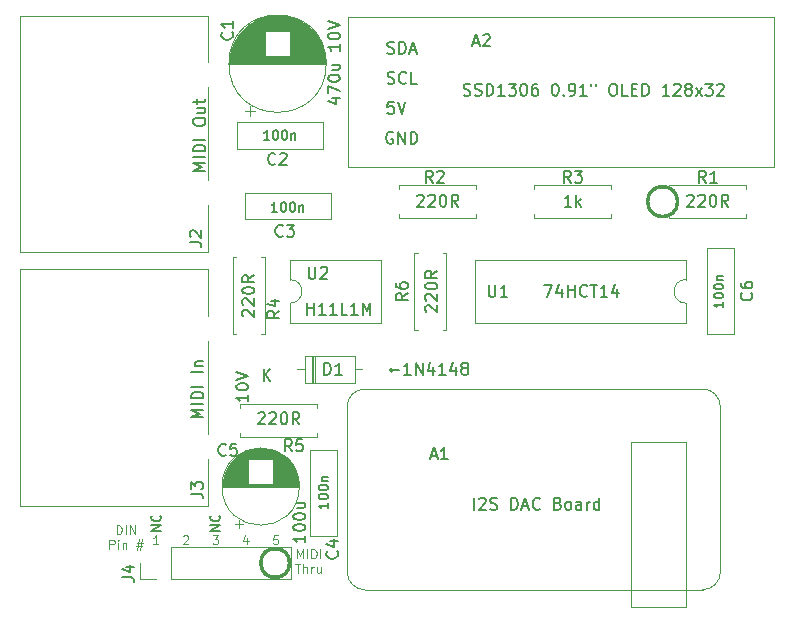
<source format=gto>
G04 #@! TF.GenerationSoftware,KiCad,Pcbnew,5.1.7-a382d34a8~87~ubuntu18.04.1*
G04 #@! TF.CreationDate,2020-11-20T13:51:52+01:00*
G04 #@! TF.ProjectId,clumsyMIDI,636c756d-7379-44d4-9944-492e6b696361,rev?*
G04 #@! TF.SameCoordinates,Original*
G04 #@! TF.FileFunction,Legend,Top*
G04 #@! TF.FilePolarity,Positive*
%FSLAX46Y46*%
G04 Gerber Fmt 4.6, Leading zero omitted, Abs format (unit mm)*
G04 Created by KiCad (PCBNEW 5.1.7-a382d34a8~87~ubuntu18.04.1) date 2020-11-20 13:51:52*
%MOMM*%
%LPD*%
G01*
G04 APERTURE LIST*
%ADD10C,0.150000*%
%ADD11C,0.100000*%
%ADD12C,0.120000*%
G04 APERTURE END LIST*
D10*
X215882380Y-114372380D02*
X214882380Y-114372380D01*
X215596666Y-114039047D01*
X214882380Y-113705714D01*
X215882380Y-113705714D01*
X215882380Y-113229523D02*
X214882380Y-113229523D01*
X215882380Y-112753333D02*
X214882380Y-112753333D01*
X214882380Y-112515238D01*
X214930000Y-112372380D01*
X215025238Y-112277142D01*
X215120476Y-112229523D01*
X215310952Y-112181904D01*
X215453809Y-112181904D01*
X215644285Y-112229523D01*
X215739523Y-112277142D01*
X215834761Y-112372380D01*
X215882380Y-112515238D01*
X215882380Y-112753333D01*
X215882380Y-111753333D02*
X214882380Y-111753333D01*
X214882380Y-110324761D02*
X214882380Y-110134285D01*
X214930000Y-110039047D01*
X215025238Y-109943809D01*
X215215714Y-109896190D01*
X215549047Y-109896190D01*
X215739523Y-109943809D01*
X215834761Y-110039047D01*
X215882380Y-110134285D01*
X215882380Y-110324761D01*
X215834761Y-110420000D01*
X215739523Y-110515238D01*
X215549047Y-110562857D01*
X215215714Y-110562857D01*
X215025238Y-110515238D01*
X214930000Y-110420000D01*
X214882380Y-110324761D01*
X215215714Y-109039047D02*
X215882380Y-109039047D01*
X215215714Y-109467619D02*
X215739523Y-109467619D01*
X215834761Y-109420000D01*
X215882380Y-109324761D01*
X215882380Y-109181904D01*
X215834761Y-109086666D01*
X215787142Y-109039047D01*
X215215714Y-108705714D02*
X215215714Y-108324761D01*
X214882380Y-108562857D02*
X215739523Y-108562857D01*
X215834761Y-108515238D01*
X215882380Y-108420000D01*
X215882380Y-108324761D01*
X215712380Y-135280952D02*
X214712380Y-135280952D01*
X215426666Y-134947619D01*
X214712380Y-134614285D01*
X215712380Y-134614285D01*
X215712380Y-134138095D02*
X214712380Y-134138095D01*
X215712380Y-133661904D02*
X214712380Y-133661904D01*
X214712380Y-133423809D01*
X214760000Y-133280952D01*
X214855238Y-133185714D01*
X214950476Y-133138095D01*
X215140952Y-133090476D01*
X215283809Y-133090476D01*
X215474285Y-133138095D01*
X215569523Y-133185714D01*
X215664761Y-133280952D01*
X215712380Y-133423809D01*
X215712380Y-133661904D01*
X215712380Y-132661904D02*
X214712380Y-132661904D01*
X215712380Y-131423809D02*
X214712380Y-131423809D01*
X215045714Y-130947619D02*
X215712380Y-130947619D01*
X215140952Y-130947619D02*
X215093333Y-130900000D01*
X215045714Y-130804761D01*
X215045714Y-130661904D01*
X215093333Y-130566666D01*
X215188571Y-130519047D01*
X215712380Y-130519047D01*
X255800000Y-117000000D02*
G75*
G03*
X255800000Y-117000000I-1200000J0D01*
G01*
X255941641Y-117000000D02*
G75*
G03*
X255941641Y-117000000I-1341641J0D01*
G01*
X222950000Y-147600000D02*
G75*
G03*
X222950000Y-147600000I-1150000J0D01*
G01*
X223100000Y-147600000D02*
G75*
G03*
X223100000Y-147600000I-1300000J0D01*
G01*
X217111904Y-144878571D02*
X216311904Y-144878571D01*
X217111904Y-144421428D01*
X216311904Y-144421428D01*
X217035714Y-143583333D02*
X217073809Y-143621428D01*
X217111904Y-143735714D01*
X217111904Y-143811904D01*
X217073809Y-143926190D01*
X216997619Y-144002380D01*
X216921428Y-144040476D01*
X216769047Y-144078571D01*
X216654761Y-144078571D01*
X216502380Y-144040476D01*
X216426190Y-144002380D01*
X216350000Y-143926190D01*
X216311904Y-143811904D01*
X216311904Y-143735714D01*
X216350000Y-143621428D01*
X216388095Y-143583333D01*
X212111904Y-144878571D02*
X211311904Y-144878571D01*
X212111904Y-144421428D01*
X211311904Y-144421428D01*
X212035714Y-143583333D02*
X212073809Y-143621428D01*
X212111904Y-143735714D01*
X212111904Y-143811904D01*
X212073809Y-143926190D01*
X211997619Y-144002380D01*
X211921428Y-144040476D01*
X211769047Y-144078571D01*
X211654761Y-144078571D01*
X211502380Y-144040476D01*
X211426190Y-144002380D01*
X211350000Y-143926190D01*
X211311904Y-143811904D01*
X211311904Y-143735714D01*
X211350000Y-143621428D01*
X211388095Y-143583333D01*
X238632476Y-143086380D02*
X238632476Y-142086380D01*
X239061047Y-142181619D02*
X239108666Y-142134000D01*
X239203904Y-142086380D01*
X239442000Y-142086380D01*
X239537238Y-142134000D01*
X239584857Y-142181619D01*
X239632476Y-142276857D01*
X239632476Y-142372095D01*
X239584857Y-142514952D01*
X239013428Y-143086380D01*
X239632476Y-143086380D01*
X240013428Y-143038761D02*
X240156285Y-143086380D01*
X240394380Y-143086380D01*
X240489619Y-143038761D01*
X240537238Y-142991142D01*
X240584857Y-142895904D01*
X240584857Y-142800666D01*
X240537238Y-142705428D01*
X240489619Y-142657809D01*
X240394380Y-142610190D01*
X240203904Y-142562571D01*
X240108666Y-142514952D01*
X240061047Y-142467333D01*
X240013428Y-142372095D01*
X240013428Y-142276857D01*
X240061047Y-142181619D01*
X240108666Y-142134000D01*
X240203904Y-142086380D01*
X240442000Y-142086380D01*
X240584857Y-142134000D01*
X241775333Y-143086380D02*
X241775333Y-142086380D01*
X242013428Y-142086380D01*
X242156285Y-142134000D01*
X242251523Y-142229238D01*
X242299142Y-142324476D01*
X242346761Y-142514952D01*
X242346761Y-142657809D01*
X242299142Y-142848285D01*
X242251523Y-142943523D01*
X242156285Y-143038761D01*
X242013428Y-143086380D01*
X241775333Y-143086380D01*
X242727714Y-142800666D02*
X243203904Y-142800666D01*
X242632476Y-143086380D02*
X242965809Y-142086380D01*
X243299142Y-143086380D01*
X244203904Y-142991142D02*
X244156285Y-143038761D01*
X244013428Y-143086380D01*
X243918190Y-143086380D01*
X243775333Y-143038761D01*
X243680095Y-142943523D01*
X243632476Y-142848285D01*
X243584857Y-142657809D01*
X243584857Y-142514952D01*
X243632476Y-142324476D01*
X243680095Y-142229238D01*
X243775333Y-142134000D01*
X243918190Y-142086380D01*
X244013428Y-142086380D01*
X244156285Y-142134000D01*
X244203904Y-142181619D01*
X245727714Y-142562571D02*
X245870571Y-142610190D01*
X245918190Y-142657809D01*
X245965809Y-142753047D01*
X245965809Y-142895904D01*
X245918190Y-142991142D01*
X245870571Y-143038761D01*
X245775333Y-143086380D01*
X245394380Y-143086380D01*
X245394380Y-142086380D01*
X245727714Y-142086380D01*
X245822952Y-142134000D01*
X245870571Y-142181619D01*
X245918190Y-142276857D01*
X245918190Y-142372095D01*
X245870571Y-142467333D01*
X245822952Y-142514952D01*
X245727714Y-142562571D01*
X245394380Y-142562571D01*
X246537238Y-143086380D02*
X246442000Y-143038761D01*
X246394380Y-142991142D01*
X246346761Y-142895904D01*
X246346761Y-142610190D01*
X246394380Y-142514952D01*
X246442000Y-142467333D01*
X246537238Y-142419714D01*
X246680095Y-142419714D01*
X246775333Y-142467333D01*
X246822952Y-142514952D01*
X246870571Y-142610190D01*
X246870571Y-142895904D01*
X246822952Y-142991142D01*
X246775333Y-143038761D01*
X246680095Y-143086380D01*
X246537238Y-143086380D01*
X247727714Y-143086380D02*
X247727714Y-142562571D01*
X247680095Y-142467333D01*
X247584857Y-142419714D01*
X247394380Y-142419714D01*
X247299142Y-142467333D01*
X247727714Y-143038761D02*
X247632476Y-143086380D01*
X247394380Y-143086380D01*
X247299142Y-143038761D01*
X247251523Y-142943523D01*
X247251523Y-142848285D01*
X247299142Y-142753047D01*
X247394380Y-142705428D01*
X247632476Y-142705428D01*
X247727714Y-142657809D01*
X248203904Y-143086380D02*
X248203904Y-142419714D01*
X248203904Y-142610190D02*
X248251523Y-142514952D01*
X248299142Y-142467333D01*
X248394380Y-142419714D01*
X248489619Y-142419714D01*
X249251523Y-143086380D02*
X249251523Y-142086380D01*
X249251523Y-143038761D02*
X249156285Y-143086380D01*
X248965809Y-143086380D01*
X248870571Y-143038761D01*
X248822952Y-142991142D01*
X248775333Y-142895904D01*
X248775333Y-142610190D01*
X248822952Y-142514952D01*
X248870571Y-142467333D01*
X248965809Y-142419714D01*
X249156285Y-142419714D01*
X249251523Y-142467333D01*
X219502380Y-133347047D02*
X219502380Y-133918476D01*
X219502380Y-133632761D02*
X218502380Y-133632761D01*
X218645238Y-133728000D01*
X218740476Y-133823238D01*
X218788095Y-133918476D01*
X218502380Y-132728000D02*
X218502380Y-132632761D01*
X218550000Y-132537523D01*
X218597619Y-132489904D01*
X218692857Y-132442285D01*
X218883333Y-132394666D01*
X219121428Y-132394666D01*
X219311904Y-132442285D01*
X219407142Y-132489904D01*
X219454761Y-132537523D01*
X219502380Y-132632761D01*
X219502380Y-132728000D01*
X219454761Y-132823238D01*
X219407142Y-132870857D01*
X219311904Y-132918476D01*
X219121428Y-132966095D01*
X218883333Y-132966095D01*
X218692857Y-132918476D01*
X218597619Y-132870857D01*
X218550000Y-132823238D01*
X218502380Y-132728000D01*
X218502380Y-132108952D02*
X219502380Y-131775619D01*
X218502380Y-131442285D01*
X232274190Y-131275428D02*
X231512285Y-131275428D01*
X231702761Y-131465904D02*
X231512285Y-131275428D01*
X231702761Y-131084952D01*
X233274190Y-131656380D02*
X232702761Y-131656380D01*
X232988476Y-131656380D02*
X232988476Y-130656380D01*
X232893238Y-130799238D01*
X232798000Y-130894476D01*
X232702761Y-130942095D01*
X233702761Y-131656380D02*
X233702761Y-130656380D01*
X234274190Y-131656380D01*
X234274190Y-130656380D01*
X235178952Y-130989714D02*
X235178952Y-131656380D01*
X234940857Y-130608761D02*
X234702761Y-131323047D01*
X235321809Y-131323047D01*
X236226571Y-131656380D02*
X235655142Y-131656380D01*
X235940857Y-131656380D02*
X235940857Y-130656380D01*
X235845619Y-130799238D01*
X235750380Y-130894476D01*
X235655142Y-130942095D01*
X237083714Y-130989714D02*
X237083714Y-131656380D01*
X236845619Y-130608761D02*
X236607523Y-131323047D01*
X237226571Y-131323047D01*
X237750380Y-131084952D02*
X237655142Y-131037333D01*
X237607523Y-130989714D01*
X237559904Y-130894476D01*
X237559904Y-130846857D01*
X237607523Y-130751619D01*
X237655142Y-130704000D01*
X237750380Y-130656380D01*
X237940857Y-130656380D01*
X238036095Y-130704000D01*
X238083714Y-130751619D01*
X238131333Y-130846857D01*
X238131333Y-130894476D01*
X238083714Y-130989714D01*
X238036095Y-131037333D01*
X237940857Y-131084952D01*
X237750380Y-131084952D01*
X237655142Y-131132571D01*
X237607523Y-131180190D01*
X237559904Y-131275428D01*
X237559904Y-131465904D01*
X237607523Y-131561142D01*
X237655142Y-131608761D01*
X237750380Y-131656380D01*
X237940857Y-131656380D01*
X238036095Y-131608761D01*
X238083714Y-131561142D01*
X238131333Y-131465904D01*
X238131333Y-131275428D01*
X238083714Y-131180190D01*
X238036095Y-131132571D01*
X237940857Y-131084952D01*
D11*
X223655857Y-147186785D02*
X223655857Y-146436785D01*
X223905857Y-146972500D01*
X224155857Y-146436785D01*
X224155857Y-147186785D01*
X224513000Y-147186785D02*
X224513000Y-146436785D01*
X224870142Y-147186785D02*
X224870142Y-146436785D01*
X225048714Y-146436785D01*
X225155857Y-146472500D01*
X225227285Y-146543928D01*
X225263000Y-146615357D01*
X225298714Y-146758214D01*
X225298714Y-146865357D01*
X225263000Y-147008214D01*
X225227285Y-147079642D01*
X225155857Y-147151071D01*
X225048714Y-147186785D01*
X224870142Y-147186785D01*
X225620142Y-147186785D02*
X225620142Y-146436785D01*
X223513000Y-147661785D02*
X223941571Y-147661785D01*
X223727285Y-148411785D02*
X223727285Y-147661785D01*
X224191571Y-148411785D02*
X224191571Y-147661785D01*
X224513000Y-148411785D02*
X224513000Y-148018928D01*
X224477285Y-147947500D01*
X224405857Y-147911785D01*
X224298714Y-147911785D01*
X224227285Y-147947500D01*
X224191571Y-147983214D01*
X224870142Y-148411785D02*
X224870142Y-147911785D01*
X224870142Y-148054642D02*
X224905857Y-147983214D01*
X224941571Y-147947500D01*
X225013000Y-147911785D01*
X225084428Y-147911785D01*
X225655857Y-147911785D02*
X225655857Y-148411785D01*
X225334428Y-147911785D02*
X225334428Y-148304642D01*
X225370142Y-148376071D01*
X225441571Y-148411785D01*
X225548714Y-148411785D01*
X225620142Y-148376071D01*
X225655857Y-148340357D01*
X222022571Y-145271285D02*
X221665428Y-145271285D01*
X221629714Y-145628428D01*
X221665428Y-145592714D01*
X221736857Y-145557000D01*
X221915428Y-145557000D01*
X221986857Y-145592714D01*
X222022571Y-145628428D01*
X222058285Y-145699857D01*
X222058285Y-145878428D01*
X222022571Y-145949857D01*
X221986857Y-145985571D01*
X221915428Y-146021285D01*
X221736857Y-146021285D01*
X221665428Y-145985571D01*
X221629714Y-145949857D01*
X219446857Y-145521285D02*
X219446857Y-146021285D01*
X219268285Y-145235571D02*
X219089714Y-145771285D01*
X219554000Y-145771285D01*
X216514000Y-145271285D02*
X216978285Y-145271285D01*
X216728285Y-145557000D01*
X216835428Y-145557000D01*
X216906857Y-145592714D01*
X216942571Y-145628428D01*
X216978285Y-145699857D01*
X216978285Y-145878428D01*
X216942571Y-145949857D01*
X216906857Y-145985571D01*
X216835428Y-146021285D01*
X216621142Y-146021285D01*
X216549714Y-145985571D01*
X216514000Y-145949857D01*
X214009714Y-145342714D02*
X214045428Y-145307000D01*
X214116857Y-145271285D01*
X214295428Y-145271285D01*
X214366857Y-145307000D01*
X214402571Y-145342714D01*
X214438285Y-145414142D01*
X214438285Y-145485571D01*
X214402571Y-145592714D01*
X213974000Y-146021285D01*
X214438285Y-146021285D01*
X211898285Y-146021285D02*
X211469714Y-146021285D01*
X211684000Y-146021285D02*
X211684000Y-145271285D01*
X211612571Y-145378428D01*
X211541142Y-145449857D01*
X211469714Y-145485571D01*
X208376142Y-145154785D02*
X208376142Y-144404785D01*
X208554714Y-144404785D01*
X208661857Y-144440500D01*
X208733285Y-144511928D01*
X208769000Y-144583357D01*
X208804714Y-144726214D01*
X208804714Y-144833357D01*
X208769000Y-144976214D01*
X208733285Y-145047642D01*
X208661857Y-145119071D01*
X208554714Y-145154785D01*
X208376142Y-145154785D01*
X209126142Y-145154785D02*
X209126142Y-144404785D01*
X209483285Y-145154785D02*
X209483285Y-144404785D01*
X209911857Y-145154785D01*
X209911857Y-144404785D01*
X207769000Y-146379785D02*
X207769000Y-145629785D01*
X208054714Y-145629785D01*
X208126142Y-145665500D01*
X208161857Y-145701214D01*
X208197571Y-145772642D01*
X208197571Y-145879785D01*
X208161857Y-145951214D01*
X208126142Y-145986928D01*
X208054714Y-146022642D01*
X207769000Y-146022642D01*
X208519000Y-146379785D02*
X208519000Y-145879785D01*
X208519000Y-145629785D02*
X208483285Y-145665500D01*
X208519000Y-145701214D01*
X208554714Y-145665500D01*
X208519000Y-145629785D01*
X208519000Y-145701214D01*
X208876142Y-145879785D02*
X208876142Y-146379785D01*
X208876142Y-145951214D02*
X208911857Y-145915500D01*
X208983285Y-145879785D01*
X209090428Y-145879785D01*
X209161857Y-145915500D01*
X209197571Y-145986928D01*
X209197571Y-146379785D01*
X210090428Y-145879785D02*
X210626142Y-145879785D01*
X210304714Y-145558357D02*
X210090428Y-146522642D01*
X210554714Y-146201214D02*
X210019000Y-146201214D01*
X210340428Y-146522642D02*
X210554714Y-145558357D01*
D10*
X231297714Y-104430761D02*
X231440571Y-104478380D01*
X231678666Y-104478380D01*
X231773904Y-104430761D01*
X231821523Y-104383142D01*
X231869142Y-104287904D01*
X231869142Y-104192666D01*
X231821523Y-104097428D01*
X231773904Y-104049809D01*
X231678666Y-104002190D01*
X231488190Y-103954571D01*
X231392952Y-103906952D01*
X231345333Y-103859333D01*
X231297714Y-103764095D01*
X231297714Y-103668857D01*
X231345333Y-103573619D01*
X231392952Y-103526000D01*
X231488190Y-103478380D01*
X231726285Y-103478380D01*
X231869142Y-103526000D01*
X232297714Y-104478380D02*
X232297714Y-103478380D01*
X232535809Y-103478380D01*
X232678666Y-103526000D01*
X232773904Y-103621238D01*
X232821523Y-103716476D01*
X232869142Y-103906952D01*
X232869142Y-104049809D01*
X232821523Y-104240285D01*
X232773904Y-104335523D01*
X232678666Y-104430761D01*
X232535809Y-104478380D01*
X232297714Y-104478380D01*
X233250095Y-104192666D02*
X233726285Y-104192666D01*
X233154857Y-104478380D02*
X233488190Y-103478380D01*
X233821523Y-104478380D01*
X231321523Y-106970761D02*
X231464380Y-107018380D01*
X231702476Y-107018380D01*
X231797714Y-106970761D01*
X231845333Y-106923142D01*
X231892952Y-106827904D01*
X231892952Y-106732666D01*
X231845333Y-106637428D01*
X231797714Y-106589809D01*
X231702476Y-106542190D01*
X231512000Y-106494571D01*
X231416761Y-106446952D01*
X231369142Y-106399333D01*
X231321523Y-106304095D01*
X231321523Y-106208857D01*
X231369142Y-106113619D01*
X231416761Y-106066000D01*
X231512000Y-106018380D01*
X231750095Y-106018380D01*
X231892952Y-106066000D01*
X232892952Y-106923142D02*
X232845333Y-106970761D01*
X232702476Y-107018380D01*
X232607238Y-107018380D01*
X232464380Y-106970761D01*
X232369142Y-106875523D01*
X232321523Y-106780285D01*
X232273904Y-106589809D01*
X232273904Y-106446952D01*
X232321523Y-106256476D01*
X232369142Y-106161238D01*
X232464380Y-106066000D01*
X232607238Y-106018380D01*
X232702476Y-106018380D01*
X232845333Y-106066000D01*
X232892952Y-106113619D01*
X233797714Y-107018380D02*
X233321523Y-107018380D01*
X233321523Y-106018380D01*
X231827261Y-108558380D02*
X231351071Y-108558380D01*
X231303452Y-109034571D01*
X231351071Y-108986952D01*
X231446309Y-108939333D01*
X231684404Y-108939333D01*
X231779642Y-108986952D01*
X231827261Y-109034571D01*
X231874880Y-109129809D01*
X231874880Y-109367904D01*
X231827261Y-109463142D01*
X231779642Y-109510761D01*
X231684404Y-109558380D01*
X231446309Y-109558380D01*
X231351071Y-109510761D01*
X231303452Y-109463142D01*
X232160595Y-108558380D02*
X232493928Y-109558380D01*
X232827261Y-108558380D01*
X231750095Y-111146000D02*
X231654857Y-111098380D01*
X231512000Y-111098380D01*
X231369142Y-111146000D01*
X231273904Y-111241238D01*
X231226285Y-111336476D01*
X231178666Y-111526952D01*
X231178666Y-111669809D01*
X231226285Y-111860285D01*
X231273904Y-111955523D01*
X231369142Y-112050761D01*
X231512000Y-112098380D01*
X231607238Y-112098380D01*
X231750095Y-112050761D01*
X231797714Y-112003142D01*
X231797714Y-111669809D01*
X231607238Y-111669809D01*
X232226285Y-112098380D02*
X232226285Y-111098380D01*
X232797714Y-112098380D01*
X232797714Y-111098380D01*
X233273904Y-112098380D02*
X233273904Y-111098380D01*
X233512000Y-111098380D01*
X233654857Y-111146000D01*
X233750095Y-111241238D01*
X233797714Y-111336476D01*
X233845333Y-111526952D01*
X233845333Y-111669809D01*
X233797714Y-111860285D01*
X233750095Y-111955523D01*
X233654857Y-112050761D01*
X233512000Y-112098380D01*
X233273904Y-112098380D01*
X237744190Y-107986761D02*
X237887047Y-108034380D01*
X238125142Y-108034380D01*
X238220380Y-107986761D01*
X238267999Y-107939142D01*
X238315619Y-107843904D01*
X238315619Y-107748666D01*
X238267999Y-107653428D01*
X238220380Y-107605809D01*
X238125142Y-107558190D01*
X237934666Y-107510571D01*
X237839428Y-107462952D01*
X237791809Y-107415333D01*
X237744190Y-107320095D01*
X237744190Y-107224857D01*
X237791809Y-107129619D01*
X237839428Y-107082000D01*
X237934666Y-107034380D01*
X238172761Y-107034380D01*
X238315619Y-107082000D01*
X238696571Y-107986761D02*
X238839428Y-108034380D01*
X239077523Y-108034380D01*
X239172761Y-107986761D01*
X239220380Y-107939142D01*
X239267999Y-107843904D01*
X239267999Y-107748666D01*
X239220380Y-107653428D01*
X239172761Y-107605809D01*
X239077523Y-107558190D01*
X238887047Y-107510571D01*
X238791809Y-107462952D01*
X238744190Y-107415333D01*
X238696571Y-107320095D01*
X238696571Y-107224857D01*
X238744190Y-107129619D01*
X238791809Y-107082000D01*
X238887047Y-107034380D01*
X239125142Y-107034380D01*
X239267999Y-107082000D01*
X239696571Y-108034380D02*
X239696571Y-107034380D01*
X239934666Y-107034380D01*
X240077523Y-107082000D01*
X240172761Y-107177238D01*
X240220380Y-107272476D01*
X240267999Y-107462952D01*
X240267999Y-107605809D01*
X240220380Y-107796285D01*
X240172761Y-107891523D01*
X240077523Y-107986761D01*
X239934666Y-108034380D01*
X239696571Y-108034380D01*
X241220380Y-108034380D02*
X240648952Y-108034380D01*
X240934666Y-108034380D02*
X240934666Y-107034380D01*
X240839428Y-107177238D01*
X240744190Y-107272476D01*
X240648952Y-107320095D01*
X241553714Y-107034380D02*
X242172761Y-107034380D01*
X241839428Y-107415333D01*
X241982285Y-107415333D01*
X242077523Y-107462952D01*
X242125142Y-107510571D01*
X242172761Y-107605809D01*
X242172761Y-107843904D01*
X242125142Y-107939142D01*
X242077523Y-107986761D01*
X241982285Y-108034380D01*
X241696571Y-108034380D01*
X241601333Y-107986761D01*
X241553714Y-107939142D01*
X242791809Y-107034380D02*
X242887047Y-107034380D01*
X242982285Y-107082000D01*
X243029904Y-107129619D01*
X243077523Y-107224857D01*
X243125142Y-107415333D01*
X243125142Y-107653428D01*
X243077523Y-107843904D01*
X243029904Y-107939142D01*
X242982285Y-107986761D01*
X242887047Y-108034380D01*
X242791809Y-108034380D01*
X242696571Y-107986761D01*
X242648952Y-107939142D01*
X242601333Y-107843904D01*
X242553714Y-107653428D01*
X242553714Y-107415333D01*
X242601333Y-107224857D01*
X242648952Y-107129619D01*
X242696571Y-107082000D01*
X242791809Y-107034380D01*
X243982285Y-107034380D02*
X243791809Y-107034380D01*
X243696571Y-107082000D01*
X243648952Y-107129619D01*
X243553714Y-107272476D01*
X243506095Y-107462952D01*
X243506095Y-107843904D01*
X243553714Y-107939142D01*
X243601333Y-107986761D01*
X243696571Y-108034380D01*
X243887047Y-108034380D01*
X243982285Y-107986761D01*
X244029904Y-107939142D01*
X244077523Y-107843904D01*
X244077523Y-107605809D01*
X244029904Y-107510571D01*
X243982285Y-107462952D01*
X243887047Y-107415333D01*
X243696571Y-107415333D01*
X243601333Y-107462952D01*
X243553714Y-107510571D01*
X243506095Y-107605809D01*
X245458476Y-107034380D02*
X245553714Y-107034380D01*
X245648952Y-107082000D01*
X245696571Y-107129619D01*
X245744190Y-107224857D01*
X245791809Y-107415333D01*
X245791809Y-107653428D01*
X245744190Y-107843904D01*
X245696571Y-107939142D01*
X245648952Y-107986761D01*
X245553714Y-108034380D01*
X245458476Y-108034380D01*
X245363238Y-107986761D01*
X245315619Y-107939142D01*
X245267999Y-107843904D01*
X245220380Y-107653428D01*
X245220380Y-107415333D01*
X245267999Y-107224857D01*
X245315619Y-107129619D01*
X245363238Y-107082000D01*
X245458476Y-107034380D01*
X246220380Y-107939142D02*
X246267999Y-107986761D01*
X246220380Y-108034380D01*
X246172761Y-107986761D01*
X246220380Y-107939142D01*
X246220380Y-108034380D01*
X246744190Y-108034380D02*
X246934666Y-108034380D01*
X247029904Y-107986761D01*
X247077523Y-107939142D01*
X247172761Y-107796285D01*
X247220380Y-107605809D01*
X247220380Y-107224857D01*
X247172761Y-107129619D01*
X247125142Y-107082000D01*
X247029904Y-107034380D01*
X246839428Y-107034380D01*
X246744190Y-107082000D01*
X246696571Y-107129619D01*
X246648952Y-107224857D01*
X246648952Y-107462952D01*
X246696571Y-107558190D01*
X246744190Y-107605809D01*
X246839428Y-107653428D01*
X247029904Y-107653428D01*
X247125142Y-107605809D01*
X247172761Y-107558190D01*
X247220380Y-107462952D01*
X248172761Y-108034380D02*
X247601333Y-108034380D01*
X247887047Y-108034380D02*
X247887047Y-107034380D01*
X247791809Y-107177238D01*
X247696571Y-107272476D01*
X247601333Y-107320095D01*
X248553714Y-107034380D02*
X248553714Y-107224857D01*
X248934666Y-107034380D02*
X248934666Y-107224857D01*
X250315619Y-107034380D02*
X250506095Y-107034380D01*
X250601333Y-107082000D01*
X250696571Y-107177238D01*
X250744190Y-107367714D01*
X250744190Y-107701047D01*
X250696571Y-107891523D01*
X250601333Y-107986761D01*
X250506095Y-108034380D01*
X250315619Y-108034380D01*
X250220380Y-107986761D01*
X250125142Y-107891523D01*
X250077523Y-107701047D01*
X250077523Y-107367714D01*
X250125142Y-107177238D01*
X250220380Y-107082000D01*
X250315619Y-107034380D01*
X251648952Y-108034380D02*
X251172761Y-108034380D01*
X251172761Y-107034380D01*
X251982285Y-107510571D02*
X252315619Y-107510571D01*
X252458476Y-108034380D02*
X251982285Y-108034380D01*
X251982285Y-107034380D01*
X252458476Y-107034380D01*
X252887047Y-108034380D02*
X252887047Y-107034380D01*
X253125142Y-107034380D01*
X253267999Y-107082000D01*
X253363238Y-107177238D01*
X253410857Y-107272476D01*
X253458476Y-107462952D01*
X253458476Y-107605809D01*
X253410857Y-107796285D01*
X253363238Y-107891523D01*
X253267999Y-107986761D01*
X253125142Y-108034380D01*
X252887047Y-108034380D01*
X255172761Y-108034380D02*
X254601333Y-108034380D01*
X254887047Y-108034380D02*
X254887047Y-107034380D01*
X254791809Y-107177238D01*
X254696571Y-107272476D01*
X254601333Y-107320095D01*
X255553714Y-107129619D02*
X255601333Y-107082000D01*
X255696571Y-107034380D01*
X255934666Y-107034380D01*
X256029904Y-107082000D01*
X256077523Y-107129619D01*
X256125142Y-107224857D01*
X256125142Y-107320095D01*
X256077523Y-107462952D01*
X255506095Y-108034380D01*
X256125142Y-108034380D01*
X256696571Y-107462952D02*
X256601333Y-107415333D01*
X256553714Y-107367714D01*
X256506095Y-107272476D01*
X256506095Y-107224857D01*
X256553714Y-107129619D01*
X256601333Y-107082000D01*
X256696571Y-107034380D01*
X256887047Y-107034380D01*
X256982285Y-107082000D01*
X257029904Y-107129619D01*
X257077523Y-107224857D01*
X257077523Y-107272476D01*
X257029904Y-107367714D01*
X256982285Y-107415333D01*
X256887047Y-107462952D01*
X256696571Y-107462952D01*
X256601333Y-107510571D01*
X256553714Y-107558190D01*
X256506095Y-107653428D01*
X256506095Y-107843904D01*
X256553714Y-107939142D01*
X256601333Y-107986761D01*
X256696571Y-108034380D01*
X256887047Y-108034380D01*
X256982285Y-107986761D01*
X257029904Y-107939142D01*
X257077523Y-107843904D01*
X257077523Y-107653428D01*
X257029904Y-107558190D01*
X256982285Y-107510571D01*
X256887047Y-107462952D01*
X257410857Y-108034380D02*
X257934666Y-107367714D01*
X257410857Y-107367714D02*
X257934666Y-108034380D01*
X258220380Y-107034380D02*
X258839428Y-107034380D01*
X258506095Y-107415333D01*
X258648952Y-107415333D01*
X258744190Y-107462952D01*
X258791809Y-107510571D01*
X258839428Y-107605809D01*
X258839428Y-107843904D01*
X258791809Y-107939142D01*
X258744190Y-107986761D01*
X258648952Y-108034380D01*
X258363238Y-108034380D01*
X258267999Y-107986761D01*
X258220380Y-107939142D01*
X259220380Y-107129619D02*
X259267999Y-107082000D01*
X259363238Y-107034380D01*
X259601333Y-107034380D01*
X259696571Y-107082000D01*
X259744190Y-107129619D01*
X259791809Y-107224857D01*
X259791809Y-107320095D01*
X259744190Y-107462952D01*
X259172761Y-108034380D01*
X259791809Y-108034380D01*
D12*
X264034000Y-114059000D02*
X264034000Y-101359000D01*
X264034000Y-114059000D02*
X227966000Y-114059000D01*
X227966000Y-114059000D02*
X227966000Y-101359000D01*
X227966000Y-101359000D02*
X264034000Y-101359000D01*
X227888000Y-134364000D02*
G75*
G02*
X229388000Y-132864000I1500000J0D01*
G01*
X229388000Y-149864000D02*
G75*
G02*
X227888000Y-148364000I0J1500000D01*
G01*
X259488000Y-148364000D02*
G75*
G02*
X257988000Y-149864000I-1500000J0D01*
G01*
X257988000Y-132864000D02*
G75*
G02*
X259488000Y-134364000I0J-1500000D01*
G01*
X256588000Y-137364000D02*
X256588000Y-151364000D01*
X251888000Y-137364000D02*
X256588000Y-137364000D01*
X251888000Y-151364000D02*
X251888000Y-137364000D01*
X256588000Y-151364000D02*
X251888000Y-151364000D01*
X259488000Y-148364000D02*
X259488000Y-134364000D01*
X229388000Y-149864000D02*
X257988000Y-149864000D01*
X227888000Y-134364000D02*
X227888000Y-148364000D01*
X257988000Y-132864000D02*
X229388000Y-132864000D01*
X216090000Y-138790000D02*
X216090000Y-142750000D01*
X216090000Y-128810000D02*
X216090000Y-136680000D01*
X216090000Y-142750000D02*
X200160000Y-142750000D01*
X200160000Y-122750000D02*
X200160000Y-142750000D01*
X216090000Y-122750000D02*
X200160000Y-122750000D01*
X216090000Y-122750000D02*
X216090000Y-126710000D01*
X216090000Y-117298000D02*
X216090000Y-121258000D01*
X216090000Y-107318000D02*
X216090000Y-115188000D01*
X216090000Y-121258000D02*
X200160000Y-121258000D01*
X200160000Y-101258000D02*
X200160000Y-121258000D01*
X216090000Y-101258000D02*
X200160000Y-101258000D01*
X216090000Y-101258000D02*
X216090000Y-105218000D01*
X236295000Y-121330000D02*
X235965000Y-121330000D01*
X236295000Y-127870000D02*
X236295000Y-121330000D01*
X235965000Y-127870000D02*
X236295000Y-127870000D01*
X233555000Y-121330000D02*
X233885000Y-121330000D01*
X233555000Y-127870000D02*
X233555000Y-121330000D01*
X233885000Y-127870000D02*
X233555000Y-127870000D01*
X225368000Y-136562000D02*
X225368000Y-136892000D01*
X225368000Y-136892000D02*
X218828000Y-136892000D01*
X218828000Y-136892000D02*
X218828000Y-136562000D01*
X225368000Y-134482000D02*
X225368000Y-134152000D01*
X225368000Y-134152000D02*
X218828000Y-134152000D01*
X218828000Y-134152000D02*
X218828000Y-134482000D01*
X218188000Y-128251000D02*
X218518000Y-128251000D01*
X218188000Y-121711000D02*
X218188000Y-128251000D01*
X218518000Y-121711000D02*
X218188000Y-121711000D01*
X220928000Y-128251000D02*
X220598000Y-128251000D01*
X220928000Y-121711000D02*
X220928000Y-128251000D01*
X220598000Y-121711000D02*
X220928000Y-121711000D01*
X250260000Y-118350000D02*
X250260000Y-118020000D01*
X243720000Y-118350000D02*
X250260000Y-118350000D01*
X243720000Y-118020000D02*
X243720000Y-118350000D01*
X250260000Y-115610000D02*
X250260000Y-115940000D01*
X243720000Y-115610000D02*
X250260000Y-115610000D01*
X243720000Y-115940000D02*
X243720000Y-115610000D01*
X232290000Y-115610000D02*
X232290000Y-115940000D01*
X238830000Y-115610000D02*
X232290000Y-115610000D01*
X238830000Y-115940000D02*
X238830000Y-115610000D01*
X232290000Y-118350000D02*
X232290000Y-118020000D01*
X238830000Y-118350000D02*
X232290000Y-118350000D01*
X238830000Y-118020000D02*
X238830000Y-118350000D01*
X261690000Y-118350000D02*
X261690000Y-118020000D01*
X255150000Y-118350000D02*
X261690000Y-118350000D01*
X255150000Y-118020000D02*
X255150000Y-118350000D01*
X261690000Y-115610000D02*
X261690000Y-115940000D01*
X255150000Y-115610000D02*
X261690000Y-115610000D01*
X255150000Y-115940000D02*
X255150000Y-115610000D01*
X225820000Y-110280000D02*
X225820000Y-112520000D01*
X218580000Y-110280000D02*
X218580000Y-112520000D01*
X218580000Y-112520000D02*
X225820000Y-112520000D01*
X218580000Y-110280000D02*
X225820000Y-110280000D01*
X210354000Y-148917000D02*
X210354000Y-147587000D01*
X211684000Y-148917000D02*
X210354000Y-148917000D01*
X212954000Y-148917000D02*
X212954000Y-146257000D01*
X212954000Y-146257000D02*
X223174000Y-146257000D01*
X212954000Y-148917000D02*
X223174000Y-148917000D01*
X223174000Y-148917000D02*
X223174000Y-146257000D01*
X223054000Y-125600000D02*
X223054000Y-127250000D01*
X223054000Y-127250000D02*
X230794000Y-127250000D01*
X230794000Y-127250000D02*
X230794000Y-121950000D01*
X230794000Y-121950000D02*
X223054000Y-121950000D01*
X223054000Y-121950000D02*
X223054000Y-123600000D01*
X223054000Y-123600000D02*
G75*
G02*
X223054000Y-125600000I0J-1000000D01*
G01*
X256575000Y-123600000D02*
X256575000Y-121950000D01*
X256575000Y-121950000D02*
X238675000Y-121950000D01*
X238675000Y-121950000D02*
X238675000Y-127250000D01*
X238675000Y-127250000D02*
X256575000Y-127250000D01*
X256575000Y-127250000D02*
X256575000Y-125600000D01*
X256575000Y-125600000D02*
G75*
G02*
X256575000Y-123600000I0J1000000D01*
G01*
X224296000Y-130084000D02*
X224296000Y-132324000D01*
X224296000Y-132324000D02*
X228536000Y-132324000D01*
X228536000Y-132324000D02*
X228536000Y-130084000D01*
X228536000Y-130084000D02*
X224296000Y-130084000D01*
X223646000Y-131204000D02*
X224296000Y-131204000D01*
X229186000Y-131204000D02*
X228536000Y-131204000D01*
X225016000Y-130084000D02*
X225016000Y-132324000D01*
X225136000Y-130084000D02*
X225136000Y-132324000D01*
X224896000Y-130084000D02*
X224896000Y-132324000D01*
X260620000Y-120940000D02*
X260620000Y-128180000D01*
X258380000Y-120940000D02*
X258380000Y-128180000D01*
X260620000Y-120940000D02*
X258380000Y-120940000D01*
X260620000Y-128180000D02*
X258380000Y-128180000D01*
X218420000Y-144315241D02*
X219050000Y-144315241D01*
X218735000Y-144630241D02*
X218735000Y-144000241D01*
X220172000Y-137889000D02*
X220976000Y-137889000D01*
X219941000Y-137929000D02*
X221207000Y-137929000D01*
X219772000Y-137969000D02*
X221376000Y-137969000D01*
X219634000Y-138009000D02*
X221514000Y-138009000D01*
X219515000Y-138049000D02*
X221633000Y-138049000D01*
X219409000Y-138089000D02*
X221739000Y-138089000D01*
X219312000Y-138129000D02*
X221836000Y-138129000D01*
X219224000Y-138169000D02*
X221924000Y-138169000D01*
X219142000Y-138209000D02*
X222006000Y-138209000D01*
X219065000Y-138249000D02*
X222083000Y-138249000D01*
X218993000Y-138289000D02*
X222155000Y-138289000D01*
X218924000Y-138329000D02*
X222224000Y-138329000D01*
X218860000Y-138369000D02*
X222288000Y-138369000D01*
X218798000Y-138409000D02*
X222350000Y-138409000D01*
X218740000Y-138449000D02*
X222408000Y-138449000D01*
X218684000Y-138489000D02*
X222464000Y-138489000D01*
X218630000Y-138529000D02*
X222518000Y-138529000D01*
X218579000Y-138569000D02*
X222569000Y-138569000D01*
X218530000Y-138609000D02*
X222618000Y-138609000D01*
X218482000Y-138649000D02*
X222666000Y-138649000D01*
X218437000Y-138689000D02*
X222711000Y-138689000D01*
X218392000Y-138729000D02*
X222756000Y-138729000D01*
X218350000Y-138769000D02*
X222798000Y-138769000D01*
X218309000Y-138809000D02*
X222839000Y-138809000D01*
X221614000Y-138849000D02*
X222879000Y-138849000D01*
X218269000Y-138849000D02*
X219534000Y-138849000D01*
X221614000Y-138889000D02*
X222917000Y-138889000D01*
X218231000Y-138889000D02*
X219534000Y-138889000D01*
X221614000Y-138929000D02*
X222954000Y-138929000D01*
X218194000Y-138929000D02*
X219534000Y-138929000D01*
X221614000Y-138969000D02*
X222990000Y-138969000D01*
X218158000Y-138969000D02*
X219534000Y-138969000D01*
X221614000Y-139009000D02*
X223024000Y-139009000D01*
X218124000Y-139009000D02*
X219534000Y-139009000D01*
X221614000Y-139049000D02*
X223058000Y-139049000D01*
X218090000Y-139049000D02*
X219534000Y-139049000D01*
X221614000Y-139089000D02*
X223090000Y-139089000D01*
X218058000Y-139089000D02*
X219534000Y-139089000D01*
X221614000Y-139129000D02*
X223122000Y-139129000D01*
X218026000Y-139129000D02*
X219534000Y-139129000D01*
X221614000Y-139169000D02*
X223152000Y-139169000D01*
X217996000Y-139169000D02*
X219534000Y-139169000D01*
X221614000Y-139209000D02*
X223181000Y-139209000D01*
X217967000Y-139209000D02*
X219534000Y-139209000D01*
X221614000Y-139249000D02*
X223210000Y-139249000D01*
X217938000Y-139249000D02*
X219534000Y-139249000D01*
X221614000Y-139289000D02*
X223238000Y-139289000D01*
X217910000Y-139289000D02*
X219534000Y-139289000D01*
X221614000Y-139329000D02*
X223264000Y-139329000D01*
X217884000Y-139329000D02*
X219534000Y-139329000D01*
X221614000Y-139369000D02*
X223290000Y-139369000D01*
X217858000Y-139369000D02*
X219534000Y-139369000D01*
X221614000Y-139409000D02*
X223316000Y-139409000D01*
X217832000Y-139409000D02*
X219534000Y-139409000D01*
X221614000Y-139449000D02*
X223340000Y-139449000D01*
X217808000Y-139449000D02*
X219534000Y-139449000D01*
X221614000Y-139489000D02*
X223364000Y-139489000D01*
X217784000Y-139489000D02*
X219534000Y-139489000D01*
X221614000Y-139529000D02*
X223386000Y-139529000D01*
X217762000Y-139529000D02*
X219534000Y-139529000D01*
X221614000Y-139569000D02*
X223408000Y-139569000D01*
X217740000Y-139569000D02*
X219534000Y-139569000D01*
X221614000Y-139609000D02*
X223430000Y-139609000D01*
X217718000Y-139609000D02*
X219534000Y-139609000D01*
X221614000Y-139649000D02*
X223450000Y-139649000D01*
X217698000Y-139649000D02*
X219534000Y-139649000D01*
X221614000Y-139689000D02*
X223470000Y-139689000D01*
X217678000Y-139689000D02*
X219534000Y-139689000D01*
X221614000Y-139729000D02*
X223490000Y-139729000D01*
X217658000Y-139729000D02*
X219534000Y-139729000D01*
X221614000Y-139769000D02*
X223508000Y-139769000D01*
X217640000Y-139769000D02*
X219534000Y-139769000D01*
X221614000Y-139809000D02*
X223526000Y-139809000D01*
X217622000Y-139809000D02*
X219534000Y-139809000D01*
X221614000Y-139849000D02*
X223544000Y-139849000D01*
X217604000Y-139849000D02*
X219534000Y-139849000D01*
X221614000Y-139889000D02*
X223560000Y-139889000D01*
X217588000Y-139889000D02*
X219534000Y-139889000D01*
X221614000Y-139929000D02*
X223576000Y-139929000D01*
X217572000Y-139929000D02*
X219534000Y-139929000D01*
X221614000Y-139969000D02*
X223592000Y-139969000D01*
X217556000Y-139969000D02*
X219534000Y-139969000D01*
X221614000Y-140009000D02*
X223607000Y-140009000D01*
X217541000Y-140009000D02*
X219534000Y-140009000D01*
X221614000Y-140049000D02*
X223621000Y-140049000D01*
X217527000Y-140049000D02*
X219534000Y-140049000D01*
X221614000Y-140089000D02*
X223635000Y-140089000D01*
X217513000Y-140089000D02*
X219534000Y-140089000D01*
X221614000Y-140129000D02*
X223648000Y-140129000D01*
X217500000Y-140129000D02*
X219534000Y-140129000D01*
X221614000Y-140169000D02*
X223660000Y-140169000D01*
X217488000Y-140169000D02*
X219534000Y-140169000D01*
X221614000Y-140209000D02*
X223672000Y-140209000D01*
X217476000Y-140209000D02*
X219534000Y-140209000D01*
X221614000Y-140249000D02*
X223684000Y-140249000D01*
X217464000Y-140249000D02*
X219534000Y-140249000D01*
X221614000Y-140289000D02*
X223695000Y-140289000D01*
X217453000Y-140289000D02*
X219534000Y-140289000D01*
X221614000Y-140329000D02*
X223705000Y-140329000D01*
X217443000Y-140329000D02*
X219534000Y-140329000D01*
X221614000Y-140369000D02*
X223715000Y-140369000D01*
X217433000Y-140369000D02*
X219534000Y-140369000D01*
X221614000Y-140409000D02*
X223724000Y-140409000D01*
X217424000Y-140409000D02*
X219534000Y-140409000D01*
X221614000Y-140450000D02*
X223733000Y-140450000D01*
X217415000Y-140450000D02*
X219534000Y-140450000D01*
X221614000Y-140490000D02*
X223741000Y-140490000D01*
X217407000Y-140490000D02*
X219534000Y-140490000D01*
X221614000Y-140530000D02*
X223749000Y-140530000D01*
X217399000Y-140530000D02*
X219534000Y-140530000D01*
X221614000Y-140570000D02*
X223756000Y-140570000D01*
X217392000Y-140570000D02*
X219534000Y-140570000D01*
X221614000Y-140610000D02*
X223763000Y-140610000D01*
X217385000Y-140610000D02*
X219534000Y-140610000D01*
X221614000Y-140650000D02*
X223769000Y-140650000D01*
X217379000Y-140650000D02*
X219534000Y-140650000D01*
X221614000Y-140690000D02*
X223775000Y-140690000D01*
X217373000Y-140690000D02*
X219534000Y-140690000D01*
X221614000Y-140730000D02*
X223780000Y-140730000D01*
X217368000Y-140730000D02*
X219534000Y-140730000D01*
X221614000Y-140770000D02*
X223785000Y-140770000D01*
X217363000Y-140770000D02*
X219534000Y-140770000D01*
X221614000Y-140810000D02*
X223789000Y-140810000D01*
X217359000Y-140810000D02*
X219534000Y-140810000D01*
X221614000Y-140850000D02*
X223792000Y-140850000D01*
X217356000Y-140850000D02*
X219534000Y-140850000D01*
X221614000Y-140890000D02*
X223796000Y-140890000D01*
X217352000Y-140890000D02*
X219534000Y-140890000D01*
X217350000Y-140930000D02*
X223798000Y-140930000D01*
X217347000Y-140970000D02*
X223801000Y-140970000D01*
X217346000Y-141010000D02*
X223802000Y-141010000D01*
X217344000Y-141050000D02*
X223804000Y-141050000D01*
X217344000Y-141090000D02*
X223804000Y-141090000D01*
X217344000Y-141130000D02*
X223804000Y-141130000D01*
X223844000Y-141130000D02*
G75*
G03*
X223844000Y-141130000I-3270000J0D01*
G01*
X224788000Y-138038000D02*
X227028000Y-138038000D01*
X224788000Y-145278000D02*
X227028000Y-145278000D01*
X227028000Y-145278000D02*
X227028000Y-138038000D01*
X224788000Y-145278000D02*
X224788000Y-138038000D01*
X226520000Y-118481000D02*
X219280000Y-118481000D01*
X226520000Y-116241000D02*
X219280000Y-116241000D01*
X226520000Y-118481000D02*
X226520000Y-116241000D01*
X219280000Y-118481000D02*
X219280000Y-116241000D01*
X226120000Y-105324000D02*
G75*
G03*
X226120000Y-105324000I-4120000J0D01*
G01*
X217920000Y-105324000D02*
X226080000Y-105324000D01*
X217920000Y-105284000D02*
X226080000Y-105284000D01*
X217920000Y-105244000D02*
X226080000Y-105244000D01*
X217921000Y-105204000D02*
X226079000Y-105204000D01*
X217923000Y-105164000D02*
X226077000Y-105164000D01*
X217924000Y-105124000D02*
X226076000Y-105124000D01*
X217926000Y-105084000D02*
X226074000Y-105084000D01*
X217929000Y-105044000D02*
X226071000Y-105044000D01*
X217932000Y-105004000D02*
X226068000Y-105004000D01*
X217935000Y-104964000D02*
X226065000Y-104964000D01*
X217939000Y-104924000D02*
X226061000Y-104924000D01*
X217943000Y-104884000D02*
X226057000Y-104884000D01*
X217948000Y-104844000D02*
X226052000Y-104844000D01*
X217952000Y-104804000D02*
X226048000Y-104804000D01*
X217958000Y-104764000D02*
X226042000Y-104764000D01*
X217963000Y-104724000D02*
X226037000Y-104724000D01*
X217970000Y-104684000D02*
X226030000Y-104684000D01*
X217976000Y-104644000D02*
X226024000Y-104644000D01*
X217983000Y-104603000D02*
X220960000Y-104603000D01*
X223040000Y-104603000D02*
X226017000Y-104603000D01*
X217990000Y-104563000D02*
X220960000Y-104563000D01*
X223040000Y-104563000D02*
X226010000Y-104563000D01*
X217998000Y-104523000D02*
X220960000Y-104523000D01*
X223040000Y-104523000D02*
X226002000Y-104523000D01*
X218006000Y-104483000D02*
X220960000Y-104483000D01*
X223040000Y-104483000D02*
X225994000Y-104483000D01*
X218015000Y-104443000D02*
X220960000Y-104443000D01*
X223040000Y-104443000D02*
X225985000Y-104443000D01*
X218024000Y-104403000D02*
X220960000Y-104403000D01*
X223040000Y-104403000D02*
X225976000Y-104403000D01*
X218033000Y-104363000D02*
X220960000Y-104363000D01*
X223040000Y-104363000D02*
X225967000Y-104363000D01*
X218043000Y-104323000D02*
X220960000Y-104323000D01*
X223040000Y-104323000D02*
X225957000Y-104323000D01*
X218053000Y-104283000D02*
X220960000Y-104283000D01*
X223040000Y-104283000D02*
X225947000Y-104283000D01*
X218064000Y-104243000D02*
X220960000Y-104243000D01*
X223040000Y-104243000D02*
X225936000Y-104243000D01*
X218075000Y-104203000D02*
X220960000Y-104203000D01*
X223040000Y-104203000D02*
X225925000Y-104203000D01*
X218086000Y-104163000D02*
X220960000Y-104163000D01*
X223040000Y-104163000D02*
X225914000Y-104163000D01*
X218098000Y-104123000D02*
X220960000Y-104123000D01*
X223040000Y-104123000D02*
X225902000Y-104123000D01*
X218111000Y-104083000D02*
X220960000Y-104083000D01*
X223040000Y-104083000D02*
X225889000Y-104083000D01*
X218123000Y-104043000D02*
X220960000Y-104043000D01*
X223040000Y-104043000D02*
X225877000Y-104043000D01*
X218137000Y-104003000D02*
X220960000Y-104003000D01*
X223040000Y-104003000D02*
X225863000Y-104003000D01*
X218150000Y-103963000D02*
X220960000Y-103963000D01*
X223040000Y-103963000D02*
X225850000Y-103963000D01*
X218165000Y-103923000D02*
X220960000Y-103923000D01*
X223040000Y-103923000D02*
X225835000Y-103923000D01*
X218179000Y-103883000D02*
X220960000Y-103883000D01*
X223040000Y-103883000D02*
X225821000Y-103883000D01*
X218195000Y-103843000D02*
X220960000Y-103843000D01*
X223040000Y-103843000D02*
X225805000Y-103843000D01*
X218210000Y-103803000D02*
X220960000Y-103803000D01*
X223040000Y-103803000D02*
X225790000Y-103803000D01*
X218226000Y-103763000D02*
X220960000Y-103763000D01*
X223040000Y-103763000D02*
X225774000Y-103763000D01*
X218243000Y-103723000D02*
X220960000Y-103723000D01*
X223040000Y-103723000D02*
X225757000Y-103723000D01*
X218260000Y-103683000D02*
X220960000Y-103683000D01*
X223040000Y-103683000D02*
X225740000Y-103683000D01*
X218278000Y-103643000D02*
X220960000Y-103643000D01*
X223040000Y-103643000D02*
X225722000Y-103643000D01*
X218296000Y-103603000D02*
X220960000Y-103603000D01*
X223040000Y-103603000D02*
X225704000Y-103603000D01*
X218314000Y-103563000D02*
X220960000Y-103563000D01*
X223040000Y-103563000D02*
X225686000Y-103563000D01*
X218334000Y-103523000D02*
X220960000Y-103523000D01*
X223040000Y-103523000D02*
X225666000Y-103523000D01*
X218353000Y-103483000D02*
X220960000Y-103483000D01*
X223040000Y-103483000D02*
X225647000Y-103483000D01*
X218373000Y-103443000D02*
X220960000Y-103443000D01*
X223040000Y-103443000D02*
X225627000Y-103443000D01*
X218394000Y-103403000D02*
X220960000Y-103403000D01*
X223040000Y-103403000D02*
X225606000Y-103403000D01*
X218416000Y-103363000D02*
X220960000Y-103363000D01*
X223040000Y-103363000D02*
X225584000Y-103363000D01*
X218438000Y-103323000D02*
X220960000Y-103323000D01*
X223040000Y-103323000D02*
X225562000Y-103323000D01*
X218460000Y-103283000D02*
X220960000Y-103283000D01*
X223040000Y-103283000D02*
X225540000Y-103283000D01*
X218483000Y-103243000D02*
X220960000Y-103243000D01*
X223040000Y-103243000D02*
X225517000Y-103243000D01*
X218507000Y-103203000D02*
X220960000Y-103203000D01*
X223040000Y-103203000D02*
X225493000Y-103203000D01*
X218531000Y-103163000D02*
X220960000Y-103163000D01*
X223040000Y-103163000D02*
X225469000Y-103163000D01*
X218556000Y-103123000D02*
X220960000Y-103123000D01*
X223040000Y-103123000D02*
X225444000Y-103123000D01*
X218582000Y-103083000D02*
X220960000Y-103083000D01*
X223040000Y-103083000D02*
X225418000Y-103083000D01*
X218608000Y-103043000D02*
X220960000Y-103043000D01*
X223040000Y-103043000D02*
X225392000Y-103043000D01*
X218635000Y-103003000D02*
X220960000Y-103003000D01*
X223040000Y-103003000D02*
X225365000Y-103003000D01*
X218662000Y-102963000D02*
X220960000Y-102963000D01*
X223040000Y-102963000D02*
X225338000Y-102963000D01*
X218691000Y-102923000D02*
X220960000Y-102923000D01*
X223040000Y-102923000D02*
X225309000Y-102923000D01*
X218720000Y-102883000D02*
X220960000Y-102883000D01*
X223040000Y-102883000D02*
X225280000Y-102883000D01*
X218750000Y-102843000D02*
X220960000Y-102843000D01*
X223040000Y-102843000D02*
X225250000Y-102843000D01*
X218780000Y-102803000D02*
X220960000Y-102803000D01*
X223040000Y-102803000D02*
X225220000Y-102803000D01*
X218811000Y-102763000D02*
X220960000Y-102763000D01*
X223040000Y-102763000D02*
X225189000Y-102763000D01*
X218844000Y-102723000D02*
X220960000Y-102723000D01*
X223040000Y-102723000D02*
X225156000Y-102723000D01*
X218876000Y-102683000D02*
X220960000Y-102683000D01*
X223040000Y-102683000D02*
X225124000Y-102683000D01*
X218910000Y-102643000D02*
X220960000Y-102643000D01*
X223040000Y-102643000D02*
X225090000Y-102643000D01*
X218945000Y-102603000D02*
X220960000Y-102603000D01*
X223040000Y-102603000D02*
X225055000Y-102603000D01*
X218981000Y-102563000D02*
X220960000Y-102563000D01*
X223040000Y-102563000D02*
X225019000Y-102563000D01*
X219017000Y-102523000D02*
X224983000Y-102523000D01*
X219055000Y-102483000D02*
X224945000Y-102483000D01*
X219093000Y-102443000D02*
X224907000Y-102443000D01*
X219133000Y-102403000D02*
X224867000Y-102403000D01*
X219174000Y-102363000D02*
X224826000Y-102363000D01*
X219216000Y-102323000D02*
X224784000Y-102323000D01*
X219259000Y-102283000D02*
X224741000Y-102283000D01*
X219303000Y-102243000D02*
X224697000Y-102243000D01*
X219349000Y-102203000D02*
X224651000Y-102203000D01*
X219396000Y-102163000D02*
X224604000Y-102163000D01*
X219444000Y-102123000D02*
X224556000Y-102123000D01*
X219495000Y-102083000D02*
X224505000Y-102083000D01*
X219546000Y-102043000D02*
X224454000Y-102043000D01*
X219600000Y-102003000D02*
X224400000Y-102003000D01*
X219655000Y-101963000D02*
X224345000Y-101963000D01*
X219713000Y-101923000D02*
X224287000Y-101923000D01*
X219772000Y-101883000D02*
X224228000Y-101883000D01*
X219834000Y-101843000D02*
X224166000Y-101843000D01*
X219898000Y-101803000D02*
X224102000Y-101803000D01*
X219966000Y-101763000D02*
X224034000Y-101763000D01*
X220036000Y-101723000D02*
X223964000Y-101723000D01*
X220110000Y-101683000D02*
X223890000Y-101683000D01*
X220187000Y-101643000D02*
X223813000Y-101643000D01*
X220269000Y-101603000D02*
X223731000Y-101603000D01*
X220355000Y-101563000D02*
X223645000Y-101563000D01*
X220448000Y-101523000D02*
X223552000Y-101523000D01*
X220547000Y-101483000D02*
X223453000Y-101483000D01*
X220654000Y-101443000D02*
X223346000Y-101443000D01*
X220771000Y-101403000D02*
X223229000Y-101403000D01*
X220902000Y-101363000D02*
X223098000Y-101363000D01*
X221052000Y-101323000D02*
X222948000Y-101323000D01*
X221232000Y-101283000D02*
X222768000Y-101283000D01*
X221467000Y-101243000D02*
X222533000Y-101243000D01*
X219685000Y-109733698D02*
X219685000Y-108933698D01*
X219285000Y-109333698D02*
X220085000Y-109333698D01*
D10*
X238545714Y-103556666D02*
X239021904Y-103556666D01*
X238450476Y-103842380D02*
X238783809Y-102842380D01*
X239117142Y-103842380D01*
X239402857Y-102937619D02*
X239450476Y-102890000D01*
X239545714Y-102842380D01*
X239783809Y-102842380D01*
X239879047Y-102890000D01*
X239926666Y-102937619D01*
X239974285Y-103032857D01*
X239974285Y-103128095D01*
X239926666Y-103270952D01*
X239355238Y-103842380D01*
X239974285Y-103842380D01*
X234973714Y-138530666D02*
X235449904Y-138530666D01*
X234878476Y-138816380D02*
X235211809Y-137816380D01*
X235545142Y-138816380D01*
X236402285Y-138816380D02*
X235830857Y-138816380D01*
X236116571Y-138816380D02*
X236116571Y-137816380D01*
X236021333Y-137959238D01*
X235926095Y-138054476D01*
X235830857Y-138102095D01*
X214652380Y-141733333D02*
X215366666Y-141733333D01*
X215509523Y-141780952D01*
X215604761Y-141876190D01*
X215652380Y-142019047D01*
X215652380Y-142114285D01*
X214652380Y-141352380D02*
X214652380Y-140733333D01*
X215033333Y-141066666D01*
X215033333Y-140923809D01*
X215080952Y-140828571D01*
X215128571Y-140780952D01*
X215223809Y-140733333D01*
X215461904Y-140733333D01*
X215557142Y-140780952D01*
X215604761Y-140828571D01*
X215652380Y-140923809D01*
X215652380Y-141209523D01*
X215604761Y-141304761D01*
X215557142Y-141352380D01*
X214552380Y-120433333D02*
X215266666Y-120433333D01*
X215409523Y-120480952D01*
X215504761Y-120576190D01*
X215552380Y-120719047D01*
X215552380Y-120814285D01*
X214647619Y-120004761D02*
X214600000Y-119957142D01*
X214552380Y-119861904D01*
X214552380Y-119623809D01*
X214600000Y-119528571D01*
X214647619Y-119480952D01*
X214742857Y-119433333D01*
X214838095Y-119433333D01*
X214980952Y-119480952D01*
X215552380Y-120052380D01*
X215552380Y-119433333D01*
X233007380Y-124766666D02*
X232531190Y-125100000D01*
X233007380Y-125338095D02*
X232007380Y-125338095D01*
X232007380Y-124957142D01*
X232055000Y-124861904D01*
X232102619Y-124814285D01*
X232197857Y-124766666D01*
X232340714Y-124766666D01*
X232435952Y-124814285D01*
X232483571Y-124861904D01*
X232531190Y-124957142D01*
X232531190Y-125338095D01*
X232007380Y-123909523D02*
X232007380Y-124100000D01*
X232055000Y-124195238D01*
X232102619Y-124242857D01*
X232245476Y-124338095D01*
X232435952Y-124385714D01*
X232816904Y-124385714D01*
X232912142Y-124338095D01*
X232959761Y-124290476D01*
X233007380Y-124195238D01*
X233007380Y-124004761D01*
X232959761Y-123909523D01*
X232912142Y-123861904D01*
X232816904Y-123814285D01*
X232578809Y-123814285D01*
X232483571Y-123861904D01*
X232435952Y-123909523D01*
X232388333Y-124004761D01*
X232388333Y-124195238D01*
X232435952Y-124290476D01*
X232483571Y-124338095D01*
X232578809Y-124385714D01*
X234599619Y-126338095D02*
X234552000Y-126290476D01*
X234504380Y-126195238D01*
X234504380Y-125957142D01*
X234552000Y-125861904D01*
X234599619Y-125814285D01*
X234694857Y-125766666D01*
X234790095Y-125766666D01*
X234932952Y-125814285D01*
X235504380Y-126385714D01*
X235504380Y-125766666D01*
X234599619Y-125385714D02*
X234552000Y-125338095D01*
X234504380Y-125242857D01*
X234504380Y-125004761D01*
X234552000Y-124909523D01*
X234599619Y-124861904D01*
X234694857Y-124814285D01*
X234790095Y-124814285D01*
X234932952Y-124861904D01*
X235504380Y-125433333D01*
X235504380Y-124814285D01*
X234504380Y-124195238D02*
X234504380Y-124100000D01*
X234552000Y-124004761D01*
X234599619Y-123957142D01*
X234694857Y-123909523D01*
X234885333Y-123861904D01*
X235123428Y-123861904D01*
X235313904Y-123909523D01*
X235409142Y-123957142D01*
X235456761Y-124004761D01*
X235504380Y-124100000D01*
X235504380Y-124195238D01*
X235456761Y-124290476D01*
X235409142Y-124338095D01*
X235313904Y-124385714D01*
X235123428Y-124433333D01*
X234885333Y-124433333D01*
X234694857Y-124385714D01*
X234599619Y-124338095D01*
X234552000Y-124290476D01*
X234504380Y-124195238D01*
X235504380Y-122861904D02*
X235028190Y-123195238D01*
X235504380Y-123433333D02*
X234504380Y-123433333D01*
X234504380Y-123052380D01*
X234552000Y-122957142D01*
X234599619Y-122909523D01*
X234694857Y-122861904D01*
X234837714Y-122861904D01*
X234932952Y-122909523D01*
X234980571Y-122957142D01*
X235028190Y-123052380D01*
X235028190Y-123433333D01*
X223201333Y-138133380D02*
X222868000Y-137657190D01*
X222629904Y-138133380D02*
X222629904Y-137133380D01*
X223010857Y-137133380D01*
X223106095Y-137181000D01*
X223153714Y-137228619D01*
X223201333Y-137323857D01*
X223201333Y-137466714D01*
X223153714Y-137561952D01*
X223106095Y-137609571D01*
X223010857Y-137657190D01*
X222629904Y-137657190D01*
X224106095Y-137133380D02*
X223629904Y-137133380D01*
X223582285Y-137609571D01*
X223629904Y-137561952D01*
X223725142Y-137514333D01*
X223963238Y-137514333D01*
X224058476Y-137561952D01*
X224106095Y-137609571D01*
X224153714Y-137704809D01*
X224153714Y-137942904D01*
X224106095Y-138038142D01*
X224058476Y-138085761D01*
X223963238Y-138133380D01*
X223725142Y-138133380D01*
X223629904Y-138085761D01*
X223582285Y-138038142D01*
X220359904Y-134942619D02*
X220407523Y-134895000D01*
X220502761Y-134847380D01*
X220740857Y-134847380D01*
X220836095Y-134895000D01*
X220883714Y-134942619D01*
X220931333Y-135037857D01*
X220931333Y-135133095D01*
X220883714Y-135275952D01*
X220312285Y-135847380D01*
X220931333Y-135847380D01*
X221312285Y-134942619D02*
X221359904Y-134895000D01*
X221455142Y-134847380D01*
X221693238Y-134847380D01*
X221788476Y-134895000D01*
X221836095Y-134942619D01*
X221883714Y-135037857D01*
X221883714Y-135133095D01*
X221836095Y-135275952D01*
X221264666Y-135847380D01*
X221883714Y-135847380D01*
X222502761Y-134847380D02*
X222598000Y-134847380D01*
X222693238Y-134895000D01*
X222740857Y-134942619D01*
X222788476Y-135037857D01*
X222836095Y-135228333D01*
X222836095Y-135466428D01*
X222788476Y-135656904D01*
X222740857Y-135752142D01*
X222693238Y-135799761D01*
X222598000Y-135847380D01*
X222502761Y-135847380D01*
X222407523Y-135799761D01*
X222359904Y-135752142D01*
X222312285Y-135656904D01*
X222264666Y-135466428D01*
X222264666Y-135228333D01*
X222312285Y-135037857D01*
X222359904Y-134942619D01*
X222407523Y-134895000D01*
X222502761Y-134847380D01*
X223836095Y-135847380D02*
X223502761Y-135371190D01*
X223264666Y-135847380D02*
X223264666Y-134847380D01*
X223645619Y-134847380D01*
X223740857Y-134895000D01*
X223788476Y-134942619D01*
X223836095Y-135037857D01*
X223836095Y-135180714D01*
X223788476Y-135275952D01*
X223740857Y-135323571D01*
X223645619Y-135371190D01*
X223264666Y-135371190D01*
X222132380Y-126256666D02*
X221656190Y-126590000D01*
X222132380Y-126828095D02*
X221132380Y-126828095D01*
X221132380Y-126447142D01*
X221180000Y-126351904D01*
X221227619Y-126304285D01*
X221322857Y-126256666D01*
X221465714Y-126256666D01*
X221560952Y-126304285D01*
X221608571Y-126351904D01*
X221656190Y-126447142D01*
X221656190Y-126828095D01*
X221465714Y-125399523D02*
X222132380Y-125399523D01*
X221084761Y-125637619D02*
X221799047Y-125875714D01*
X221799047Y-125256666D01*
X219105619Y-126719095D02*
X219058000Y-126671476D01*
X219010380Y-126576238D01*
X219010380Y-126338142D01*
X219058000Y-126242904D01*
X219105619Y-126195285D01*
X219200857Y-126147666D01*
X219296095Y-126147666D01*
X219438952Y-126195285D01*
X220010380Y-126766714D01*
X220010380Y-126147666D01*
X219105619Y-125766714D02*
X219058000Y-125719095D01*
X219010380Y-125623857D01*
X219010380Y-125385761D01*
X219058000Y-125290523D01*
X219105619Y-125242904D01*
X219200857Y-125195285D01*
X219296095Y-125195285D01*
X219438952Y-125242904D01*
X220010380Y-125814333D01*
X220010380Y-125195285D01*
X219010380Y-124576238D02*
X219010380Y-124481000D01*
X219058000Y-124385761D01*
X219105619Y-124338142D01*
X219200857Y-124290523D01*
X219391333Y-124242904D01*
X219629428Y-124242904D01*
X219819904Y-124290523D01*
X219915142Y-124338142D01*
X219962761Y-124385761D01*
X220010380Y-124481000D01*
X220010380Y-124576238D01*
X219962761Y-124671476D01*
X219915142Y-124719095D01*
X219819904Y-124766714D01*
X219629428Y-124814333D01*
X219391333Y-124814333D01*
X219200857Y-124766714D01*
X219105619Y-124719095D01*
X219058000Y-124671476D01*
X219010380Y-124576238D01*
X220010380Y-123242904D02*
X219534190Y-123576238D01*
X220010380Y-123814333D02*
X219010380Y-123814333D01*
X219010380Y-123433380D01*
X219058000Y-123338142D01*
X219105619Y-123290523D01*
X219200857Y-123242904D01*
X219343714Y-123242904D01*
X219438952Y-123290523D01*
X219486571Y-123338142D01*
X219534190Y-123433380D01*
X219534190Y-123814333D01*
X246823333Y-115400380D02*
X246490000Y-114924190D01*
X246251904Y-115400380D02*
X246251904Y-114400380D01*
X246632857Y-114400380D01*
X246728095Y-114448000D01*
X246775714Y-114495619D01*
X246823333Y-114590857D01*
X246823333Y-114733714D01*
X246775714Y-114828952D01*
X246728095Y-114876571D01*
X246632857Y-114924190D01*
X246251904Y-114924190D01*
X247156666Y-114400380D02*
X247775714Y-114400380D01*
X247442380Y-114781333D01*
X247585238Y-114781333D01*
X247680476Y-114828952D01*
X247728095Y-114876571D01*
X247775714Y-114971809D01*
X247775714Y-115209904D01*
X247728095Y-115305142D01*
X247680476Y-115352761D01*
X247585238Y-115400380D01*
X247299523Y-115400380D01*
X247204285Y-115352761D01*
X247156666Y-115305142D01*
X246870952Y-117432380D02*
X246299523Y-117432380D01*
X246585238Y-117432380D02*
X246585238Y-116432380D01*
X246490000Y-116575238D01*
X246394761Y-116670476D01*
X246299523Y-116718095D01*
X247299523Y-117432380D02*
X247299523Y-116432380D01*
X247394761Y-117051428D02*
X247680476Y-117432380D01*
X247680476Y-116765714D02*
X247299523Y-117146666D01*
X235139333Y-115400380D02*
X234806000Y-114924190D01*
X234567904Y-115400380D02*
X234567904Y-114400380D01*
X234948857Y-114400380D01*
X235044095Y-114448000D01*
X235091714Y-114495619D01*
X235139333Y-114590857D01*
X235139333Y-114733714D01*
X235091714Y-114828952D01*
X235044095Y-114876571D01*
X234948857Y-114924190D01*
X234567904Y-114924190D01*
X235520285Y-114495619D02*
X235567904Y-114448000D01*
X235663142Y-114400380D01*
X235901238Y-114400380D01*
X235996476Y-114448000D01*
X236044095Y-114495619D01*
X236091714Y-114590857D01*
X236091714Y-114686095D01*
X236044095Y-114828952D01*
X235472666Y-115400380D01*
X236091714Y-115400380D01*
X233821904Y-116527619D02*
X233869523Y-116480000D01*
X233964761Y-116432380D01*
X234202857Y-116432380D01*
X234298095Y-116480000D01*
X234345714Y-116527619D01*
X234393333Y-116622857D01*
X234393333Y-116718095D01*
X234345714Y-116860952D01*
X233774285Y-117432380D01*
X234393333Y-117432380D01*
X234774285Y-116527619D02*
X234821904Y-116480000D01*
X234917142Y-116432380D01*
X235155238Y-116432380D01*
X235250476Y-116480000D01*
X235298095Y-116527619D01*
X235345714Y-116622857D01*
X235345714Y-116718095D01*
X235298095Y-116860952D01*
X234726666Y-117432380D01*
X235345714Y-117432380D01*
X235964761Y-116432380D02*
X236060000Y-116432380D01*
X236155238Y-116480000D01*
X236202857Y-116527619D01*
X236250476Y-116622857D01*
X236298095Y-116813333D01*
X236298095Y-117051428D01*
X236250476Y-117241904D01*
X236202857Y-117337142D01*
X236155238Y-117384761D01*
X236060000Y-117432380D01*
X235964761Y-117432380D01*
X235869523Y-117384761D01*
X235821904Y-117337142D01*
X235774285Y-117241904D01*
X235726666Y-117051428D01*
X235726666Y-116813333D01*
X235774285Y-116622857D01*
X235821904Y-116527619D01*
X235869523Y-116480000D01*
X235964761Y-116432380D01*
X237298095Y-117432380D02*
X236964761Y-116956190D01*
X236726666Y-117432380D02*
X236726666Y-116432380D01*
X237107619Y-116432380D01*
X237202857Y-116480000D01*
X237250476Y-116527619D01*
X237298095Y-116622857D01*
X237298095Y-116765714D01*
X237250476Y-116860952D01*
X237202857Y-116908571D01*
X237107619Y-116956190D01*
X236726666Y-116956190D01*
X258253333Y-115400380D02*
X257920000Y-114924190D01*
X257681904Y-115400380D02*
X257681904Y-114400380D01*
X258062857Y-114400380D01*
X258158095Y-114448000D01*
X258205714Y-114495619D01*
X258253333Y-114590857D01*
X258253333Y-114733714D01*
X258205714Y-114828952D01*
X258158095Y-114876571D01*
X258062857Y-114924190D01*
X257681904Y-114924190D01*
X259205714Y-115400380D02*
X258634285Y-115400380D01*
X258920000Y-115400380D02*
X258920000Y-114400380D01*
X258824761Y-114543238D01*
X258729523Y-114638476D01*
X258634285Y-114686095D01*
X256681904Y-116527619D02*
X256729523Y-116480000D01*
X256824761Y-116432380D01*
X257062857Y-116432380D01*
X257158095Y-116480000D01*
X257205714Y-116527619D01*
X257253333Y-116622857D01*
X257253333Y-116718095D01*
X257205714Y-116860952D01*
X256634285Y-117432380D01*
X257253333Y-117432380D01*
X257634285Y-116527619D02*
X257681904Y-116480000D01*
X257777142Y-116432380D01*
X258015238Y-116432380D01*
X258110476Y-116480000D01*
X258158095Y-116527619D01*
X258205714Y-116622857D01*
X258205714Y-116718095D01*
X258158095Y-116860952D01*
X257586666Y-117432380D01*
X258205714Y-117432380D01*
X258824761Y-116432380D02*
X258920000Y-116432380D01*
X259015238Y-116480000D01*
X259062857Y-116527619D01*
X259110476Y-116622857D01*
X259158095Y-116813333D01*
X259158095Y-117051428D01*
X259110476Y-117241904D01*
X259062857Y-117337142D01*
X259015238Y-117384761D01*
X258920000Y-117432380D01*
X258824761Y-117432380D01*
X258729523Y-117384761D01*
X258681904Y-117337142D01*
X258634285Y-117241904D01*
X258586666Y-117051428D01*
X258586666Y-116813333D01*
X258634285Y-116622857D01*
X258681904Y-116527619D01*
X258729523Y-116480000D01*
X258824761Y-116432380D01*
X260158095Y-117432380D02*
X259824761Y-116956190D01*
X259586666Y-117432380D02*
X259586666Y-116432380D01*
X259967619Y-116432380D01*
X260062857Y-116480000D01*
X260110476Y-116527619D01*
X260158095Y-116622857D01*
X260158095Y-116765714D01*
X260110476Y-116860952D01*
X260062857Y-116908571D01*
X259967619Y-116956190D01*
X259586666Y-116956190D01*
X221819333Y-113789142D02*
X221771714Y-113836761D01*
X221628857Y-113884380D01*
X221533619Y-113884380D01*
X221390761Y-113836761D01*
X221295523Y-113741523D01*
X221247904Y-113646285D01*
X221200285Y-113455809D01*
X221200285Y-113312952D01*
X221247904Y-113122476D01*
X221295523Y-113027238D01*
X221390761Y-112932000D01*
X221533619Y-112884380D01*
X221628857Y-112884380D01*
X221771714Y-112932000D01*
X221819333Y-112979619D01*
X222200285Y-112979619D02*
X222247904Y-112932000D01*
X222343142Y-112884380D01*
X222581238Y-112884380D01*
X222676476Y-112932000D01*
X222724095Y-112979619D01*
X222771714Y-113074857D01*
X222771714Y-113170095D01*
X222724095Y-113312952D01*
X222152666Y-113884380D01*
X222771714Y-113884380D01*
X221304761Y-111761904D02*
X220847619Y-111761904D01*
X221076190Y-111761904D02*
X221076190Y-110961904D01*
X221000000Y-111076190D01*
X220923809Y-111152380D01*
X220847619Y-111190476D01*
X221800000Y-110961904D02*
X221876190Y-110961904D01*
X221952380Y-111000000D01*
X221990476Y-111038095D01*
X222028571Y-111114285D01*
X222066666Y-111266666D01*
X222066666Y-111457142D01*
X222028571Y-111609523D01*
X221990476Y-111685714D01*
X221952380Y-111723809D01*
X221876190Y-111761904D01*
X221800000Y-111761904D01*
X221723809Y-111723809D01*
X221685714Y-111685714D01*
X221647619Y-111609523D01*
X221609523Y-111457142D01*
X221609523Y-111266666D01*
X221647619Y-111114285D01*
X221685714Y-111038095D01*
X221723809Y-111000000D01*
X221800000Y-110961904D01*
X222561904Y-110961904D02*
X222638095Y-110961904D01*
X222714285Y-111000000D01*
X222752380Y-111038095D01*
X222790476Y-111114285D01*
X222828571Y-111266666D01*
X222828571Y-111457142D01*
X222790476Y-111609523D01*
X222752380Y-111685714D01*
X222714285Y-111723809D01*
X222638095Y-111761904D01*
X222561904Y-111761904D01*
X222485714Y-111723809D01*
X222447619Y-111685714D01*
X222409523Y-111609523D01*
X222371428Y-111457142D01*
X222371428Y-111266666D01*
X222409523Y-111114285D01*
X222447619Y-111038095D01*
X222485714Y-111000000D01*
X222561904Y-110961904D01*
X223171428Y-111228571D02*
X223171428Y-111761904D01*
X223171428Y-111304761D02*
X223209523Y-111266666D01*
X223285714Y-111228571D01*
X223400000Y-111228571D01*
X223476190Y-111266666D01*
X223514285Y-111342857D01*
X223514285Y-111761904D01*
X208850380Y-148809333D02*
X209564666Y-148809333D01*
X209707523Y-148856952D01*
X209802761Y-148952190D01*
X209850380Y-149095047D01*
X209850380Y-149190285D01*
X209183714Y-147904571D02*
X209850380Y-147904571D01*
X208802761Y-148142666D02*
X209517047Y-148380761D01*
X209517047Y-147761714D01*
X224638095Y-122528380D02*
X224638095Y-123337904D01*
X224685714Y-123433142D01*
X224733333Y-123480761D01*
X224828571Y-123528380D01*
X225019047Y-123528380D01*
X225114285Y-123480761D01*
X225161904Y-123433142D01*
X225209523Y-123337904D01*
X225209523Y-122528380D01*
X225638095Y-122623619D02*
X225685714Y-122576000D01*
X225780952Y-122528380D01*
X226019047Y-122528380D01*
X226114285Y-122576000D01*
X226161904Y-122623619D01*
X226209523Y-122718857D01*
X226209523Y-122814095D01*
X226161904Y-122956952D01*
X225590476Y-123528380D01*
X226209523Y-123528380D01*
X224487523Y-126576380D02*
X224487523Y-125576380D01*
X224487523Y-126052571D02*
X225058952Y-126052571D01*
X225058952Y-126576380D02*
X225058952Y-125576380D01*
X226058952Y-126576380D02*
X225487523Y-126576380D01*
X225773238Y-126576380D02*
X225773238Y-125576380D01*
X225678000Y-125719238D01*
X225582761Y-125814476D01*
X225487523Y-125862095D01*
X227011333Y-126576380D02*
X226439904Y-126576380D01*
X226725619Y-126576380D02*
X226725619Y-125576380D01*
X226630380Y-125719238D01*
X226535142Y-125814476D01*
X226439904Y-125862095D01*
X227916095Y-126576380D02*
X227439904Y-126576380D01*
X227439904Y-125576380D01*
X228773238Y-126576380D02*
X228201809Y-126576380D01*
X228487523Y-126576380D02*
X228487523Y-125576380D01*
X228392285Y-125719238D01*
X228297047Y-125814476D01*
X228201809Y-125862095D01*
X229201809Y-126576380D02*
X229201809Y-125576380D01*
X229535142Y-126290666D01*
X229868476Y-125576380D01*
X229868476Y-126576380D01*
X239878095Y-124052380D02*
X239878095Y-124861904D01*
X239925714Y-124957142D01*
X239973333Y-125004761D01*
X240068571Y-125052380D01*
X240259047Y-125052380D01*
X240354285Y-125004761D01*
X240401904Y-124957142D01*
X240449523Y-124861904D01*
X240449523Y-124052380D01*
X241449523Y-125052380D02*
X240878095Y-125052380D01*
X241163809Y-125052380D02*
X241163809Y-124052380D01*
X241068571Y-124195238D01*
X240973333Y-124290476D01*
X240878095Y-124338095D01*
X244585333Y-124052380D02*
X245252000Y-124052380D01*
X244823428Y-125052380D01*
X246061523Y-124385714D02*
X246061523Y-125052380D01*
X245823428Y-124004761D02*
X245585333Y-124719047D01*
X246204380Y-124719047D01*
X246585333Y-125052380D02*
X246585333Y-124052380D01*
X246585333Y-124528571D02*
X247156761Y-124528571D01*
X247156761Y-125052380D02*
X247156761Y-124052380D01*
X248204380Y-124957142D02*
X248156761Y-125004761D01*
X248013904Y-125052380D01*
X247918666Y-125052380D01*
X247775809Y-125004761D01*
X247680571Y-124909523D01*
X247632952Y-124814285D01*
X247585333Y-124623809D01*
X247585333Y-124480952D01*
X247632952Y-124290476D01*
X247680571Y-124195238D01*
X247775809Y-124100000D01*
X247918666Y-124052380D01*
X248013904Y-124052380D01*
X248156761Y-124100000D01*
X248204380Y-124147619D01*
X248490095Y-124052380D02*
X249061523Y-124052380D01*
X248775809Y-125052380D02*
X248775809Y-124052380D01*
X249918666Y-125052380D02*
X249347238Y-125052380D01*
X249632952Y-125052380D02*
X249632952Y-124052380D01*
X249537714Y-124195238D01*
X249442476Y-124290476D01*
X249347238Y-124338095D01*
X250775809Y-124385714D02*
X250775809Y-125052380D01*
X250537714Y-124004761D02*
X250299619Y-124719047D01*
X250918666Y-124719047D01*
X225931904Y-131656380D02*
X225931904Y-130656380D01*
X226170000Y-130656380D01*
X226312857Y-130704000D01*
X226408095Y-130799238D01*
X226455714Y-130894476D01*
X226503333Y-131084952D01*
X226503333Y-131227809D01*
X226455714Y-131418285D01*
X226408095Y-131513523D01*
X226312857Y-131608761D01*
X226170000Y-131656380D01*
X225931904Y-131656380D01*
X227455714Y-131656380D02*
X226884285Y-131656380D01*
X227170000Y-131656380D02*
X227170000Y-130656380D01*
X227074761Y-130799238D01*
X226979523Y-130894476D01*
X226884285Y-130942095D01*
X220820095Y-132164380D02*
X220820095Y-131164380D01*
X221391523Y-132164380D02*
X220962952Y-131592952D01*
X221391523Y-131164380D02*
X220820095Y-131735809D01*
X262107142Y-124726666D02*
X262154761Y-124774285D01*
X262202380Y-124917142D01*
X262202380Y-125012380D01*
X262154761Y-125155238D01*
X262059523Y-125250476D01*
X261964285Y-125298095D01*
X261773809Y-125345714D01*
X261630952Y-125345714D01*
X261440476Y-125298095D01*
X261345238Y-125250476D01*
X261250000Y-125155238D01*
X261202380Y-125012380D01*
X261202380Y-124917142D01*
X261250000Y-124774285D01*
X261297619Y-124726666D01*
X261202380Y-123869523D02*
X261202380Y-124060000D01*
X261250000Y-124155238D01*
X261297619Y-124202857D01*
X261440476Y-124298095D01*
X261630952Y-124345714D01*
X262011904Y-124345714D01*
X262107142Y-124298095D01*
X262154761Y-124250476D01*
X262202380Y-124155238D01*
X262202380Y-123964761D01*
X262154761Y-123869523D01*
X262107142Y-123821904D01*
X262011904Y-123774285D01*
X261773809Y-123774285D01*
X261678571Y-123821904D01*
X261630952Y-123869523D01*
X261583333Y-123964761D01*
X261583333Y-124155238D01*
X261630952Y-124250476D01*
X261678571Y-124298095D01*
X261773809Y-124345714D01*
X259734904Y-125495238D02*
X259734904Y-125952380D01*
X259734904Y-125723809D02*
X258934904Y-125723809D01*
X259049190Y-125800000D01*
X259125380Y-125876190D01*
X259163476Y-125952380D01*
X258934904Y-125000000D02*
X258934904Y-124923809D01*
X258973000Y-124847619D01*
X259011095Y-124809523D01*
X259087285Y-124771428D01*
X259239666Y-124733333D01*
X259430142Y-124733333D01*
X259582523Y-124771428D01*
X259658714Y-124809523D01*
X259696809Y-124847619D01*
X259734904Y-124923809D01*
X259734904Y-125000000D01*
X259696809Y-125076190D01*
X259658714Y-125114285D01*
X259582523Y-125152380D01*
X259430142Y-125190476D01*
X259239666Y-125190476D01*
X259087285Y-125152380D01*
X259011095Y-125114285D01*
X258973000Y-125076190D01*
X258934904Y-125000000D01*
X258934904Y-124238095D02*
X258934904Y-124161904D01*
X258973000Y-124085714D01*
X259011095Y-124047619D01*
X259087285Y-124009523D01*
X259239666Y-123971428D01*
X259430142Y-123971428D01*
X259582523Y-124009523D01*
X259658714Y-124047619D01*
X259696809Y-124085714D01*
X259734904Y-124161904D01*
X259734904Y-124238095D01*
X259696809Y-124314285D01*
X259658714Y-124352380D01*
X259582523Y-124390476D01*
X259430142Y-124428571D01*
X259239666Y-124428571D01*
X259087285Y-124390476D01*
X259011095Y-124352380D01*
X258973000Y-124314285D01*
X258934904Y-124238095D01*
X259201571Y-123628571D02*
X259734904Y-123628571D01*
X259277761Y-123628571D02*
X259239666Y-123590476D01*
X259201571Y-123514285D01*
X259201571Y-123400000D01*
X259239666Y-123323809D01*
X259315857Y-123285714D01*
X259734904Y-123285714D01*
X217613333Y-138419142D02*
X217565714Y-138466761D01*
X217422857Y-138514380D01*
X217327619Y-138514380D01*
X217184761Y-138466761D01*
X217089523Y-138371523D01*
X217041904Y-138276285D01*
X216994285Y-138085809D01*
X216994285Y-137942952D01*
X217041904Y-137752476D01*
X217089523Y-137657238D01*
X217184761Y-137562000D01*
X217327619Y-137514380D01*
X217422857Y-137514380D01*
X217565714Y-137562000D01*
X217613333Y-137609619D01*
X218518095Y-137514380D02*
X218041904Y-137514380D01*
X217994285Y-137990571D01*
X218041904Y-137942952D01*
X218137142Y-137895333D01*
X218375238Y-137895333D01*
X218470476Y-137942952D01*
X218518095Y-137990571D01*
X218565714Y-138085809D01*
X218565714Y-138323904D01*
X218518095Y-138419142D01*
X218470476Y-138466761D01*
X218375238Y-138514380D01*
X218137142Y-138514380D01*
X218041904Y-138466761D01*
X217994285Y-138419142D01*
X224328380Y-145277047D02*
X224328380Y-145848476D01*
X224328380Y-145562761D02*
X223328380Y-145562761D01*
X223471238Y-145658000D01*
X223566476Y-145753238D01*
X223614095Y-145848476D01*
X223328380Y-144658000D02*
X223328380Y-144562761D01*
X223376000Y-144467523D01*
X223423619Y-144419904D01*
X223518857Y-144372285D01*
X223709333Y-144324666D01*
X223947428Y-144324666D01*
X224137904Y-144372285D01*
X224233142Y-144419904D01*
X224280761Y-144467523D01*
X224328380Y-144562761D01*
X224328380Y-144658000D01*
X224280761Y-144753238D01*
X224233142Y-144800857D01*
X224137904Y-144848476D01*
X223947428Y-144896095D01*
X223709333Y-144896095D01*
X223518857Y-144848476D01*
X223423619Y-144800857D01*
X223376000Y-144753238D01*
X223328380Y-144658000D01*
X223328380Y-143705619D02*
X223328380Y-143610380D01*
X223376000Y-143515142D01*
X223423619Y-143467523D01*
X223518857Y-143419904D01*
X223709333Y-143372285D01*
X223947428Y-143372285D01*
X224137904Y-143419904D01*
X224233142Y-143467523D01*
X224280761Y-143515142D01*
X224328380Y-143610380D01*
X224328380Y-143705619D01*
X224280761Y-143800857D01*
X224233142Y-143848476D01*
X224137904Y-143896095D01*
X223947428Y-143943714D01*
X223709333Y-143943714D01*
X223518857Y-143896095D01*
X223423619Y-143848476D01*
X223376000Y-143800857D01*
X223328380Y-143705619D01*
X223661714Y-142515142D02*
X224328380Y-142515142D01*
X223661714Y-142943714D02*
X224185523Y-142943714D01*
X224280761Y-142896095D01*
X224328380Y-142800857D01*
X224328380Y-142658000D01*
X224280761Y-142562761D01*
X224233142Y-142515142D01*
X227027142Y-146610666D02*
X227074761Y-146658285D01*
X227122380Y-146801142D01*
X227122380Y-146896380D01*
X227074761Y-147039238D01*
X226979523Y-147134476D01*
X226884285Y-147182095D01*
X226693809Y-147229714D01*
X226550952Y-147229714D01*
X226360476Y-147182095D01*
X226265238Y-147134476D01*
X226170000Y-147039238D01*
X226122380Y-146896380D01*
X226122380Y-146801142D01*
X226170000Y-146658285D01*
X226217619Y-146610666D01*
X226455714Y-145753523D02*
X227122380Y-145753523D01*
X226074761Y-145991619D02*
X226789047Y-146229714D01*
X226789047Y-145610666D01*
X226269904Y-142513238D02*
X226269904Y-142970380D01*
X226269904Y-142741809D02*
X225469904Y-142741809D01*
X225584190Y-142818000D01*
X225660380Y-142894190D01*
X225698476Y-142970380D01*
X225469904Y-142018000D02*
X225469904Y-141941809D01*
X225508000Y-141865619D01*
X225546095Y-141827523D01*
X225622285Y-141789428D01*
X225774666Y-141751333D01*
X225965142Y-141751333D01*
X226117523Y-141789428D01*
X226193714Y-141827523D01*
X226231809Y-141865619D01*
X226269904Y-141941809D01*
X226269904Y-142018000D01*
X226231809Y-142094190D01*
X226193714Y-142132285D01*
X226117523Y-142170380D01*
X225965142Y-142208476D01*
X225774666Y-142208476D01*
X225622285Y-142170380D01*
X225546095Y-142132285D01*
X225508000Y-142094190D01*
X225469904Y-142018000D01*
X225469904Y-141256095D02*
X225469904Y-141179904D01*
X225508000Y-141103714D01*
X225546095Y-141065619D01*
X225622285Y-141027523D01*
X225774666Y-140989428D01*
X225965142Y-140989428D01*
X226117523Y-141027523D01*
X226193714Y-141065619D01*
X226231809Y-141103714D01*
X226269904Y-141179904D01*
X226269904Y-141256095D01*
X226231809Y-141332285D01*
X226193714Y-141370380D01*
X226117523Y-141408476D01*
X225965142Y-141446571D01*
X225774666Y-141446571D01*
X225622285Y-141408476D01*
X225546095Y-141370380D01*
X225508000Y-141332285D01*
X225469904Y-141256095D01*
X225736571Y-140646571D02*
X226269904Y-140646571D01*
X225812761Y-140646571D02*
X225774666Y-140608476D01*
X225736571Y-140532285D01*
X225736571Y-140418000D01*
X225774666Y-140341809D01*
X225850857Y-140303714D01*
X226269904Y-140303714D01*
X222439333Y-119877142D02*
X222391714Y-119924761D01*
X222248857Y-119972380D01*
X222153619Y-119972380D01*
X222010761Y-119924761D01*
X221915523Y-119829523D01*
X221867904Y-119734285D01*
X221820285Y-119543809D01*
X221820285Y-119400952D01*
X221867904Y-119210476D01*
X221915523Y-119115238D01*
X222010761Y-119020000D01*
X222153619Y-118972380D01*
X222248857Y-118972380D01*
X222391714Y-119020000D01*
X222439333Y-119067619D01*
X222772666Y-118972380D02*
X223391714Y-118972380D01*
X223058380Y-119353333D01*
X223201238Y-119353333D01*
X223296476Y-119400952D01*
X223344095Y-119448571D01*
X223391714Y-119543809D01*
X223391714Y-119781904D01*
X223344095Y-119877142D01*
X223296476Y-119924761D01*
X223201238Y-119972380D01*
X222915523Y-119972380D01*
X222820285Y-119924761D01*
X222772666Y-119877142D01*
X221964761Y-117849904D02*
X221507619Y-117849904D01*
X221736190Y-117849904D02*
X221736190Y-117049904D01*
X221660000Y-117164190D01*
X221583809Y-117240380D01*
X221507619Y-117278476D01*
X222460000Y-117049904D02*
X222536190Y-117049904D01*
X222612380Y-117088000D01*
X222650476Y-117126095D01*
X222688571Y-117202285D01*
X222726666Y-117354666D01*
X222726666Y-117545142D01*
X222688571Y-117697523D01*
X222650476Y-117773714D01*
X222612380Y-117811809D01*
X222536190Y-117849904D01*
X222460000Y-117849904D01*
X222383809Y-117811809D01*
X222345714Y-117773714D01*
X222307619Y-117697523D01*
X222269523Y-117545142D01*
X222269523Y-117354666D01*
X222307619Y-117202285D01*
X222345714Y-117126095D01*
X222383809Y-117088000D01*
X222460000Y-117049904D01*
X223221904Y-117049904D02*
X223298095Y-117049904D01*
X223374285Y-117088000D01*
X223412380Y-117126095D01*
X223450476Y-117202285D01*
X223488571Y-117354666D01*
X223488571Y-117545142D01*
X223450476Y-117697523D01*
X223412380Y-117773714D01*
X223374285Y-117811809D01*
X223298095Y-117849904D01*
X223221904Y-117849904D01*
X223145714Y-117811809D01*
X223107619Y-117773714D01*
X223069523Y-117697523D01*
X223031428Y-117545142D01*
X223031428Y-117354666D01*
X223069523Y-117202285D01*
X223107619Y-117126095D01*
X223145714Y-117088000D01*
X223221904Y-117049904D01*
X223831428Y-117316571D02*
X223831428Y-117849904D01*
X223831428Y-117392761D02*
X223869523Y-117354666D01*
X223945714Y-117316571D01*
X224060000Y-117316571D01*
X224136190Y-117354666D01*
X224174285Y-117430857D01*
X224174285Y-117849904D01*
X218137142Y-102668666D02*
X218184761Y-102716285D01*
X218232380Y-102859142D01*
X218232380Y-102954380D01*
X218184761Y-103097238D01*
X218089523Y-103192476D01*
X217994285Y-103240095D01*
X217803809Y-103287714D01*
X217660952Y-103287714D01*
X217470476Y-103240095D01*
X217375238Y-103192476D01*
X217280000Y-103097238D01*
X217232380Y-102954380D01*
X217232380Y-102859142D01*
X217280000Y-102716285D01*
X217327619Y-102668666D01*
X218232380Y-101716285D02*
X218232380Y-102287714D01*
X218232380Y-102002000D02*
X217232380Y-102002000D01*
X217375238Y-102097238D01*
X217470476Y-102192476D01*
X217518095Y-102287714D01*
X226611714Y-108272190D02*
X227278380Y-108272190D01*
X226230761Y-108510285D02*
X226945047Y-108748380D01*
X226945047Y-108129333D01*
X226278380Y-107843619D02*
X226278380Y-107176952D01*
X227278380Y-107605523D01*
X226278380Y-106605523D02*
X226278380Y-106510285D01*
X226326000Y-106415047D01*
X226373619Y-106367428D01*
X226468857Y-106319809D01*
X226659333Y-106272190D01*
X226897428Y-106272190D01*
X227087904Y-106319809D01*
X227183142Y-106367428D01*
X227230761Y-106415047D01*
X227278380Y-106510285D01*
X227278380Y-106605523D01*
X227230761Y-106700761D01*
X227183142Y-106748380D01*
X227087904Y-106796000D01*
X226897428Y-106843619D01*
X226659333Y-106843619D01*
X226468857Y-106796000D01*
X226373619Y-106748380D01*
X226326000Y-106700761D01*
X226278380Y-106605523D01*
X226611714Y-105415047D02*
X227278380Y-105415047D01*
X226611714Y-105843619D02*
X227135523Y-105843619D01*
X227230761Y-105796000D01*
X227278380Y-105700761D01*
X227278380Y-105557904D01*
X227230761Y-105462666D01*
X227183142Y-105415047D01*
X227278380Y-103653142D02*
X227278380Y-104224571D01*
X227278380Y-103938857D02*
X226278380Y-103938857D01*
X226421238Y-104034095D01*
X226516476Y-104129333D01*
X226564095Y-104224571D01*
X226278380Y-103034095D02*
X226278380Y-102938857D01*
X226326000Y-102843619D01*
X226373619Y-102796000D01*
X226468857Y-102748380D01*
X226659333Y-102700761D01*
X226897428Y-102700761D01*
X227087904Y-102748380D01*
X227183142Y-102796000D01*
X227230761Y-102843619D01*
X227278380Y-102938857D01*
X227278380Y-103034095D01*
X227230761Y-103129333D01*
X227183142Y-103176952D01*
X227087904Y-103224571D01*
X226897428Y-103272190D01*
X226659333Y-103272190D01*
X226468857Y-103224571D01*
X226373619Y-103176952D01*
X226326000Y-103129333D01*
X226278380Y-103034095D01*
X226278380Y-102415047D02*
X227278380Y-102081714D01*
X226278380Y-101748380D01*
M02*

</source>
